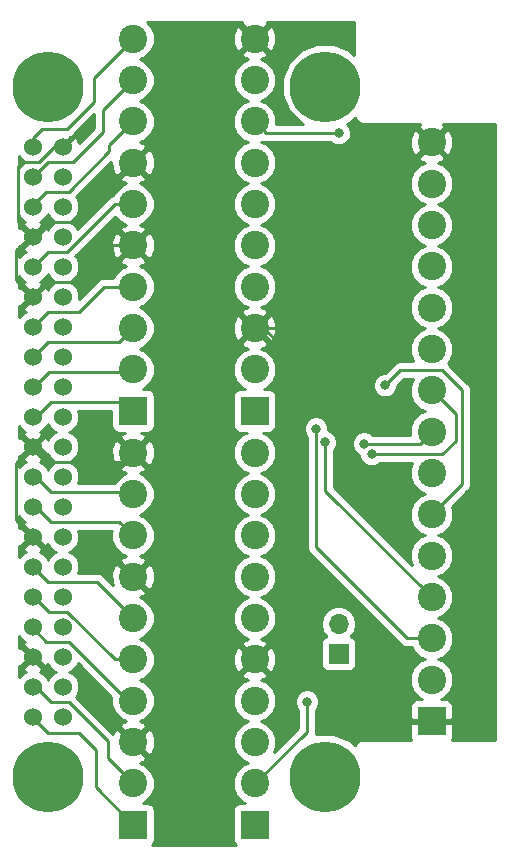
<source format=gtl>
G04 #@! TF.GenerationSoftware,KiCad,Pcbnew,(5.0.0)*
G04 #@! TF.CreationDate,2018-10-25T16:10:50+01:00*
G04 #@! TF.ProjectId,Port_Expander,506F72745F457870616E6465722E6B69,rev?*
G04 #@! TF.SameCoordinates,Original*
G04 #@! TF.FileFunction,Copper,L1,Top,Signal*
G04 #@! TF.FilePolarity,Positive*
%FSLAX46Y46*%
G04 Gerber Fmt 4.6, Leading zero omitted, Abs format (unit mm)*
G04 Created by KiCad (PCBNEW (5.0.0)) date 10/25/18 16:10:50*
%MOMM*%
%LPD*%
G01*
G04 APERTURE LIST*
G04 #@! TA.AperFunction,ComponentPad*
%ADD10R,1.700000X1.700000*%
G04 #@! TD*
G04 #@! TA.AperFunction,ComponentPad*
%ADD11O,1.700000X1.700000*%
G04 #@! TD*
G04 #@! TA.AperFunction,ComponentPad*
%ADD12C,6.000000*%
G04 #@! TD*
G04 #@! TA.AperFunction,ComponentPad*
%ADD13C,1.524000*%
G04 #@! TD*
G04 #@! TA.AperFunction,ComponentPad*
%ADD14C,2.400000*%
G04 #@! TD*
G04 #@! TA.AperFunction,ComponentPad*
%ADD15R,2.400000X2.400000*%
G04 #@! TD*
G04 #@! TA.AperFunction,ViaPad*
%ADD16C,0.800000*%
G04 #@! TD*
G04 #@! TA.AperFunction,Conductor*
%ADD17C,0.250000*%
G04 #@! TD*
G04 #@! TA.AperFunction,Conductor*
%ADD18C,0.254000*%
G04 #@! TD*
G04 APERTURE END LIST*
D10*
G04 #@! TO.P,J2,1*
G04 #@! TO.N,ISCP_DAT*
X145161000Y-133985000D03*
D11*
G04 #@! TO.P,J2,2*
G04 #@! TO.N,Net-(J2-Pad2)*
X145161000Y-131445000D03*
G04 #@! TD*
D12*
G04 #@! TO.P,U1,*
G04 #@! TO.N,*
X144018000Y-85979000D03*
X144018000Y-144399000D03*
X120523000Y-85979000D03*
X120523000Y-144399000D03*
D13*
G04 #@! TO.P,U1,40*
G04 #@! TO.N,ISCP_CLK*
X119253000Y-91059000D03*
G04 #@! TO.P,U1,39*
G04 #@! TO.N,GND*
X121793000Y-91059000D03*
G04 #@! TO.P,U1,38*
G04 #@! TO.N,ISCP_DAT*
X119253000Y-93599000D03*
G04 #@! TO.P,U1,37*
G04 #@! TO.N,Net-(J3-Pad9)*
X121793000Y-93599000D03*
G04 #@! TO.P,U1,36*
G04 #@! TO.N,Net-(J5-Pad8)*
X119253000Y-96139000D03*
G04 #@! TO.P,U1,35*
G04 #@! TO.N,MCLR*
X121793000Y-96139000D03*
G04 #@! TO.P,U1,34*
G04 #@! TO.N,GND*
X119253000Y-98679000D03*
G04 #@! TO.P,U1,33*
G04 #@! TO.N,Net-(J3-Pad7)*
X121793000Y-98679000D03*
G04 #@! TO.P,U1,32*
G04 #@! TO.N,Net-(J5-Pad6)*
X119253000Y-101219000D03*
G04 #@! TO.P,U1,31*
G04 #@! TO.N,Net-(J3-Pad6)*
X121793000Y-101219000D03*
G04 #@! TO.P,U1,30*
G04 #@! TO.N,GND*
X119253000Y-103759000D03*
G04 #@! TO.P,U1,29*
G04 #@! TO.N,Net-(J3-Pad5)*
X121793000Y-103759000D03*
G04 #@! TO.P,U1,28*
G04 #@! TO.N,Net-(J5-Pad4)*
X119253000Y-106299000D03*
G04 #@! TO.P,U1,27*
G04 #@! TO.N,Net-(J3-Pad4)*
X121793000Y-106299000D03*
G04 #@! TO.P,U1,26*
G04 #@! TO.N,Net-(J5-Pad3)*
X119253000Y-108839000D03*
G04 #@! TO.P,U1,25*
G04 #@! TO.N,GND*
X121793000Y-108839000D03*
G04 #@! TO.P,U1,24*
G04 #@! TO.N,Net-(J5-Pad2)*
X119253000Y-111379000D03*
G04 #@! TO.P,U1,23*
G04 #@! TO.N,Net-(J3-Pad2)*
X121793000Y-111379000D03*
G04 #@! TO.P,U1,22*
G04 #@! TO.N,Net-(J5-Pad1)*
X119253000Y-113919000D03*
G04 #@! TO.P,U1,21*
G04 #@! TO.N,Net-(J3-Pad1)*
X121793000Y-113919000D03*
G04 #@! TO.P,U1,20*
G04 #@! TO.N,GND*
X119253000Y-116459000D03*
G04 #@! TO.P,U1,19*
G04 #@! TO.N,Net-(J1-Pad10)*
X121793000Y-116459000D03*
G04 #@! TO.P,U1,18*
G04 #@! TO.N,Net-(J4-Pad9)*
X119253000Y-118999000D03*
G04 #@! TO.P,U1,17*
G04 #@! TO.N,Net-(J1-Pad9)*
X121793000Y-118999000D03*
G04 #@! TO.P,U1,16*
G04 #@! TO.N,Net-(J4-Pad8)*
X119253000Y-121539000D03*
G04 #@! TO.P,U1,15*
G04 #@! TO.N,Net-(J1-Pad8)*
X121793000Y-121539000D03*
G04 #@! TO.P,U1,14*
G04 #@! TO.N,GND*
X119253000Y-124079000D03*
G04 #@! TO.P,U1,13*
G04 #@! TO.N,Net-(J1-Pad7)*
X121793000Y-124079000D03*
G04 #@! TO.P,U1,12*
G04 #@! TO.N,Net-(J4-Pad6)*
X119253000Y-126619000D03*
G04 #@! TO.P,U1,11*
G04 #@! TO.N,Net-(J1-Pad6)*
X121793000Y-126619000D03*
G04 #@! TO.P,U1,10*
G04 #@! TO.N,Net-(J4-Pad5)*
X119253000Y-129159000D03*
G04 #@! TO.P,U1,9*
G04 #@! TO.N,GND*
X121793000Y-129159000D03*
G04 #@! TO.P,U1,8*
G04 #@! TO.N,Net-(J4-Pad4)*
X119253000Y-131699000D03*
G04 #@! TO.P,U1,7*
G04 #@! TO.N,Net-(J1-Pad4)*
X121793000Y-131699000D03*
G04 #@! TO.P,U1,6*
G04 #@! TO.N,GND*
X119253000Y-134239000D03*
G04 #@! TO.P,U1,5*
G04 #@! TO.N,SCL*
X121793000Y-134239000D03*
G04 #@! TO.P,U1,4*
G04 #@! TO.N,Net-(J4-Pad2)*
X119253000Y-136779000D03*
G04 #@! TO.P,U1,3*
G04 #@! TO.N,SDA*
X121793000Y-136779000D03*
G04 #@! TO.P,U1,2*
G04 #@! TO.N,Net-(J4-Pad1)*
X119253000Y-139319000D03*
G04 #@! TO.P,U1,1*
G04 #@! TO.N,Net-(J1-Pad1)*
X121793000Y-139319000D03*
G04 #@! TD*
D14*
G04 #@! TO.P,J5,10*
G04 #@! TO.N,ISCP_CLK*
X127762000Y-81911000D03*
G04 #@! TO.P,J5,9*
G04 #@! TO.N,ISCP_DAT*
X127762000Y-85411000D03*
G04 #@! TO.P,J5,8*
G04 #@! TO.N,Net-(J5-Pad8)*
X127762000Y-88911000D03*
G04 #@! TO.P,J5,7*
G04 #@! TO.N,GND*
X127762000Y-92411000D03*
G04 #@! TO.P,J5,6*
G04 #@! TO.N,Net-(J5-Pad6)*
X127762000Y-95911000D03*
G04 #@! TO.P,J5,5*
G04 #@! TO.N,GND*
X127762000Y-99411000D03*
G04 #@! TO.P,J5,4*
G04 #@! TO.N,Net-(J5-Pad4)*
X127762000Y-102911000D03*
G04 #@! TO.P,J5,3*
G04 #@! TO.N,Net-(J5-Pad3)*
X127762000Y-106411000D03*
G04 #@! TO.P,J5,2*
G04 #@! TO.N,Net-(J5-Pad2)*
X127762000Y-109911000D03*
D15*
G04 #@! TO.P,J5,1*
G04 #@! TO.N,Net-(J5-Pad1)*
X127762000Y-113411000D03*
G04 #@! TD*
D14*
G04 #@! TO.P,J4,10*
G04 #@! TO.N,GND*
X127762000Y-116967000D03*
G04 #@! TO.P,J4,9*
G04 #@! TO.N,Net-(J4-Pad9)*
X127762000Y-120467000D03*
G04 #@! TO.P,J4,8*
G04 #@! TO.N,Net-(J4-Pad8)*
X127762000Y-123967000D03*
G04 #@! TO.P,J4,7*
G04 #@! TO.N,GND*
X127762000Y-127467000D03*
G04 #@! TO.P,J4,6*
G04 #@! TO.N,Net-(J4-Pad6)*
X127762000Y-130967000D03*
G04 #@! TO.P,J4,5*
G04 #@! TO.N,Net-(J4-Pad5)*
X127762000Y-134467000D03*
G04 #@! TO.P,J4,4*
G04 #@! TO.N,Net-(J4-Pad4)*
X127762000Y-137967000D03*
G04 #@! TO.P,J4,3*
G04 #@! TO.N,GND*
X127762000Y-141467000D03*
G04 #@! TO.P,J4,2*
G04 #@! TO.N,Net-(J4-Pad2)*
X127762000Y-144967000D03*
D15*
G04 #@! TO.P,J4,1*
G04 #@! TO.N,Net-(J4-Pad1)*
X127762000Y-148467000D03*
G04 #@! TD*
D14*
G04 #@! TO.P,J3,10*
G04 #@! TO.N,GND*
X138049000Y-81915000D03*
G04 #@! TO.P,J3,9*
G04 #@! TO.N,Net-(J3-Pad9)*
X138049000Y-85415000D03*
G04 #@! TO.P,J3,8*
G04 #@! TO.N,MCLR*
X138049000Y-88915000D03*
G04 #@! TO.P,J3,7*
G04 #@! TO.N,Net-(J3-Pad7)*
X138049000Y-92415000D03*
G04 #@! TO.P,J3,6*
G04 #@! TO.N,Net-(J3-Pad6)*
X138049000Y-95915000D03*
G04 #@! TO.P,J3,5*
G04 #@! TO.N,Net-(J3-Pad5)*
X138049000Y-99415000D03*
G04 #@! TO.P,J3,4*
G04 #@! TO.N,Net-(J3-Pad4)*
X138049000Y-102915000D03*
G04 #@! TO.P,J3,3*
G04 #@! TO.N,GND*
X138049000Y-106415000D03*
G04 #@! TO.P,J3,2*
G04 #@! TO.N,Net-(J3-Pad2)*
X138049000Y-109915000D03*
D15*
G04 #@! TO.P,J3,1*
G04 #@! TO.N,Net-(J3-Pad1)*
X138049000Y-113415000D03*
G04 #@! TD*
D14*
G04 #@! TO.P,J1,10*
G04 #@! TO.N,Net-(J1-Pad10)*
X138049000Y-116967000D03*
G04 #@! TO.P,J1,9*
G04 #@! TO.N,Net-(J1-Pad9)*
X138049000Y-120467000D03*
G04 #@! TO.P,J1,8*
G04 #@! TO.N,Net-(J1-Pad8)*
X138049000Y-123967000D03*
G04 #@! TO.P,J1,7*
G04 #@! TO.N,Net-(J1-Pad7)*
X138049000Y-127467000D03*
G04 #@! TO.P,J1,6*
G04 #@! TO.N,Net-(J1-Pad6)*
X138049000Y-130967000D03*
G04 #@! TO.P,J1,5*
G04 #@! TO.N,GND*
X138049000Y-134467000D03*
G04 #@! TO.P,J1,4*
G04 #@! TO.N,Net-(J1-Pad4)*
X138049000Y-137967000D03*
G04 #@! TO.P,J1,3*
G04 #@! TO.N,SCL*
X138049000Y-141467000D03*
G04 #@! TO.P,J1,2*
G04 #@! TO.N,SDA*
X138049000Y-144967000D03*
D15*
G04 #@! TO.P,J1,1*
G04 #@! TO.N,Net-(J1-Pad1)*
X138049000Y-148467000D03*
G04 #@! TD*
D14*
G04 #@! TO.P,J6,15*
G04 #@! TO.N,GND*
X153035000Y-90689000D03*
G04 #@! TO.P,J6,14*
G04 #@! TO.N,/PIC16LF1509/RC7*
X153035000Y-94189000D03*
G04 #@! TO.P,J6,13*
G04 #@! TO.N,/PIC16LF1509/RC6*
X153035000Y-97689000D03*
G04 #@! TO.P,J6,12*
G04 #@! TO.N,/PIC16LF1509/RC5*
X153035000Y-101189000D03*
G04 #@! TO.P,J6,11*
G04 #@! TO.N,/PIC16LF1509/RC4*
X153035000Y-104689000D03*
G04 #@! TO.P,J6,10*
G04 #@! TO.N,/PIC16LF1509/RC3*
X153035000Y-108189000D03*
G04 #@! TO.P,J6,9*
G04 #@! TO.N,/PIC16LF1509/RC2*
X153035000Y-111689000D03*
G04 #@! TO.P,J6,8*
G04 #@! TO.N,/PIC16LF1509/RC1*
X153035000Y-115189000D03*
G04 #@! TO.P,J6,7*
G04 #@! TO.N,/PIC16LF1509/RC0*
X153035000Y-118689000D03*
G04 #@! TO.P,J6,6*
G04 #@! TO.N,/PIC16LF1509/RB7*
X153035000Y-122189000D03*
G04 #@! TO.P,J6,5*
G04 #@! TO.N,/PIC16LF1509/RB5*
X153035000Y-125689000D03*
G04 #@! TO.P,J6,4*
G04 #@! TO.N,/PIC16LF1509/RA5*
X153035000Y-129189000D03*
G04 #@! TO.P,J6,3*
G04 #@! TO.N,/PIC16LF1509/RA4*
X153035000Y-132689000D03*
G04 #@! TO.P,J6,2*
G04 #@! TO.N,/PIC16LF1509/RA2*
X153035000Y-136189000D03*
D15*
G04 #@! TO.P,J6,1*
G04 #@! TO.N,GND*
X153035000Y-139689000D03*
G04 #@! TD*
D16*
G04 #@! TO.N,GND*
X143129000Y-106299000D03*
X141732000Y-121285000D03*
G04 #@! TO.N,SDA*
X142494000Y-138049000D03*
G04 #@! TO.N,MCLR*
X145161000Y-89916000D03*
G04 #@! TO.N,/PIC16LF1509/RA4*
X143256000Y-114935000D03*
G04 #@! TO.N,/PIC16LF1509/RA5*
X144018000Y-116078000D03*
G04 #@! TO.N,/PIC16LF1509/RB7*
X149098000Y-111252000D03*
G04 #@! TO.N,/PIC16LF1509/RC1*
X147320000Y-116205000D03*
G04 #@! TO.N,/PIC16LF1509/RC2*
X147955000Y-117094000D03*
G04 #@! TD*
D17*
G04 #@! TO.N,GND*
X119253000Y-116459000D02*
X119761000Y-116459000D01*
X119761000Y-116459000D02*
X121031000Y-117729000D01*
X127000000Y-117729000D02*
X127762000Y-116967000D01*
X121031000Y-117729000D02*
X127000000Y-117729000D01*
X143013000Y-106415000D02*
X138049000Y-106415000D01*
X143129000Y-106299000D02*
X143013000Y-106415000D01*
X138049000Y-106415000D02*
X138800000Y-106415000D01*
X138800000Y-106415000D02*
X141097000Y-108712000D01*
X141097000Y-108712000D02*
X141097000Y-120650000D01*
X141097000Y-120650000D02*
X141732000Y-121285000D01*
X121793000Y-91059000D02*
X121031000Y-91059000D01*
X121031000Y-91059000D02*
X119761000Y-92329000D01*
X119761000Y-92329000D02*
X118364000Y-92329000D01*
X118364000Y-92329000D02*
X117983000Y-92710000D01*
X117983000Y-97409000D02*
X119253000Y-98679000D01*
X117983000Y-92710000D02*
X117983000Y-97409000D01*
X119253000Y-98679000D02*
X119507000Y-98679000D01*
X119507000Y-98679000D02*
X120777000Y-97409000D01*
X120777000Y-97409000D02*
X122809000Y-97409000D01*
X127762000Y-92456000D02*
X127762000Y-92411000D01*
X122809000Y-97409000D02*
X127762000Y-92456000D01*
X119253000Y-98679000D02*
X118999000Y-98679000D01*
X118999000Y-98679000D02*
X117856000Y-99822000D01*
X117856000Y-102362000D02*
X119253000Y-103759000D01*
X117856000Y-99822000D02*
X117856000Y-102362000D01*
X126014000Y-99411000D02*
X127762000Y-99411000D01*
X122936000Y-102489000D02*
X126014000Y-99411000D01*
X120650000Y-102489000D02*
X122936000Y-102489000D01*
X119253000Y-103759000D02*
X119380000Y-103759000D01*
X119380000Y-103759000D02*
X120650000Y-102489000D01*
X117856000Y-122682000D02*
X119253000Y-124079000D01*
X119253000Y-116459000D02*
X117856000Y-117856000D01*
X117856000Y-117856000D02*
X117856000Y-122682000D01*
G04 #@! TO.N,Net-(J4-Pad1)*
X119253000Y-139319000D02*
X119253000Y-139446000D01*
X119253000Y-139446000D02*
X120523000Y-140716000D01*
X120523000Y-140716000D02*
X123190000Y-140716000D01*
X123190000Y-140716000D02*
X124587000Y-142113000D01*
X124587000Y-145292000D02*
X127762000Y-148467000D01*
X124587000Y-142113000D02*
X124587000Y-145292000D01*
G04 #@! TO.N,Net-(J4-Pad2)*
X119253000Y-136779000D02*
X119507000Y-136779000D01*
X119507000Y-136779000D02*
X120777000Y-138049000D01*
X120777000Y-138049000D02*
X122301000Y-138049000D01*
X122301000Y-138049000D02*
X125603000Y-141351000D01*
X125603000Y-142808000D02*
X127762000Y-144967000D01*
X125603000Y-141351000D02*
X125603000Y-142808000D01*
G04 #@! TO.N,Net-(J4-Pad4)*
X119253000Y-131699000D02*
X119253000Y-131826000D01*
X119253000Y-131826000D02*
X120396000Y-132969000D01*
X120396000Y-132969000D02*
X122301000Y-132969000D01*
X127299000Y-137967000D02*
X127762000Y-137967000D01*
X122301000Y-132969000D02*
X127299000Y-137967000D01*
G04 #@! TO.N,Net-(J4-Pad5)*
X119253000Y-129159000D02*
X119380000Y-129159000D01*
X119380000Y-129159000D02*
X120650000Y-130429000D01*
X120650000Y-130429000D02*
X122174000Y-130429000D01*
X126212000Y-134467000D02*
X127762000Y-134467000D01*
X122174000Y-130429000D02*
X126212000Y-134467000D01*
G04 #@! TO.N,Net-(J4-Pad6)*
X124684000Y-127889000D02*
X127762000Y-130967000D01*
X119253000Y-126619000D02*
X120523000Y-127889000D01*
X120523000Y-127889000D02*
X124684000Y-127889000D01*
G04 #@! TO.N,Net-(J4-Pad8)*
X119253000Y-121539000D02*
X119507000Y-121539000D01*
X119507000Y-121539000D02*
X120777000Y-122809000D01*
X126604000Y-122809000D02*
X127762000Y-123967000D01*
X120777000Y-122809000D02*
X126604000Y-122809000D01*
G04 #@! TO.N,Net-(J4-Pad9)*
X119253000Y-118999000D02*
X119507000Y-118999000D01*
X119507000Y-118999000D02*
X120777000Y-120269000D01*
X127564000Y-120269000D02*
X127762000Y-120467000D01*
X120777000Y-120269000D02*
X127564000Y-120269000D01*
G04 #@! TO.N,Net-(J5-Pad8)*
X119253000Y-96139000D02*
X119253000Y-96012000D01*
X119253000Y-96012000D02*
X120396000Y-94869000D01*
X120396000Y-94869000D02*
X122301000Y-94869000D01*
X122301000Y-94869000D02*
X125730000Y-91440000D01*
X125730000Y-90943000D02*
X127762000Y-88911000D01*
X125730000Y-91440000D02*
X125730000Y-90943000D01*
G04 #@! TO.N,Net-(J5-Pad6)*
X126212000Y-95911000D02*
X127762000Y-95911000D01*
X122174000Y-99949000D02*
X126212000Y-95911000D01*
X119253000Y-101219000D02*
X120523000Y-99949000D01*
X120523000Y-99949000D02*
X122174000Y-99949000D01*
G04 #@! TO.N,Net-(J5-Pad4)*
X125308000Y-102911000D02*
X127762000Y-102911000D01*
X123190000Y-105029000D02*
X125308000Y-102911000D01*
X119253000Y-106299000D02*
X120523000Y-105029000D01*
X120523000Y-105029000D02*
X123190000Y-105029000D01*
G04 #@! TO.N,Net-(J5-Pad3)*
X126604000Y-107569000D02*
X127762000Y-106411000D01*
X119253000Y-108839000D02*
X120523000Y-107569000D01*
X120523000Y-107569000D02*
X126604000Y-107569000D01*
G04 #@! TO.N,SDA*
X138049000Y-144967000D02*
X138116000Y-144967000D01*
X138116000Y-144967000D02*
X142494000Y-140589000D01*
X142494000Y-140589000D02*
X142494000Y-138049000D01*
G04 #@! TO.N,ISCP_DAT*
X125222000Y-87951000D02*
X127762000Y-85411000D01*
X125222000Y-89789000D02*
X125222000Y-87951000D01*
X122682000Y-92329000D02*
X125222000Y-89789000D01*
X119253000Y-93599000D02*
X120523000Y-92329000D01*
X120523000Y-92329000D02*
X122682000Y-92329000D01*
G04 #@! TO.N,MCLR*
X139050000Y-89916000D02*
X138049000Y-88915000D01*
X145161000Y-89916000D02*
X139050000Y-89916000D01*
G04 #@! TO.N,ISCP_CLK*
X119253000Y-91059000D02*
X119253000Y-90297000D01*
X119253000Y-90297000D02*
X120015000Y-89535000D01*
X120015000Y-89535000D02*
X122174000Y-89535000D01*
X122174000Y-89535000D02*
X124460000Y-87249000D01*
X124460000Y-85213000D02*
X127762000Y-81911000D01*
X124460000Y-87249000D02*
X124460000Y-85213000D01*
G04 #@! TO.N,/PIC16LF1509/RA4*
X150977000Y-132689000D02*
X153035000Y-132689000D01*
X143256000Y-114935000D02*
X143256000Y-124968000D01*
X143256000Y-124968000D02*
X150977000Y-132689000D01*
G04 #@! TO.N,/PIC16LF1509/RA5*
X144018000Y-120172000D02*
X153035000Y-129189000D01*
X144018000Y-116078000D02*
X144018000Y-120172000D01*
G04 #@! TO.N,/PIC16LF1509/RB7*
X149098000Y-111252000D02*
X150368000Y-109982000D01*
X150368000Y-109982000D02*
X153924000Y-109982000D01*
X153924000Y-109982000D02*
X155575000Y-111633000D01*
X155575000Y-119649000D02*
X153035000Y-122189000D01*
X155575000Y-111633000D02*
X155575000Y-119649000D01*
G04 #@! TO.N,/PIC16LF1509/RC1*
X152019000Y-116205000D02*
X153035000Y-115189000D01*
X147320000Y-116205000D02*
X152019000Y-116205000D01*
G04 #@! TO.N,/PIC16LF1509/RC2*
X147955000Y-117094000D02*
X153924000Y-117094000D01*
X153924000Y-117094000D02*
X155067000Y-115951000D01*
X155067000Y-113721000D02*
X153035000Y-111689000D01*
X155067000Y-115951000D02*
X155067000Y-113721000D01*
G04 #@! TO.N,Net-(J5-Pad2)*
X119253000Y-111379000D02*
X119380000Y-111379000D01*
X119380000Y-111379000D02*
X120650000Y-110109000D01*
X127564000Y-110109000D02*
X127762000Y-109911000D01*
X120650000Y-110109000D02*
X127564000Y-110109000D01*
G04 #@! TO.N,Net-(J5-Pad1)*
X119253000Y-113919000D02*
X119507000Y-113919000D01*
X119507000Y-113919000D02*
X120777000Y-112649000D01*
X127000000Y-112649000D02*
X127762000Y-113411000D01*
X120777000Y-112649000D02*
X127000000Y-112649000D01*
G04 #@! TD*
D18*
G04 #@! TO.N,GND*
G36*
X136931430Y-80617825D02*
X138049000Y-81735395D01*
X139166570Y-80617825D01*
X139101570Y-80466000D01*
X146483001Y-80466000D01*
X146483001Y-83303335D01*
X146077062Y-82897396D01*
X144741046Y-82344000D01*
X143294954Y-82344000D01*
X141958938Y-82897396D01*
X140936396Y-83919938D01*
X140383000Y-85255954D01*
X140383000Y-86702046D01*
X140936396Y-88038062D01*
X141958938Y-89060604D01*
X142189244Y-89156000D01*
X139884000Y-89156000D01*
X139884000Y-88549996D01*
X139604638Y-87875556D01*
X139088444Y-87359362D01*
X138619212Y-87165000D01*
X139088444Y-86970638D01*
X139604638Y-86454444D01*
X139884000Y-85780004D01*
X139884000Y-85049996D01*
X139604638Y-84375556D01*
X139088444Y-83859362D01*
X138631895Y-83670253D01*
X139043435Y-83499788D01*
X139166570Y-83212175D01*
X138049000Y-82094605D01*
X136931430Y-83212175D01*
X137054565Y-83499788D01*
X137483284Y-83663138D01*
X137009556Y-83859362D01*
X136493362Y-84375556D01*
X136214000Y-85049996D01*
X136214000Y-85780004D01*
X136493362Y-86454444D01*
X137009556Y-86970638D01*
X137478788Y-87165000D01*
X137009556Y-87359362D01*
X136493362Y-87875556D01*
X136214000Y-88549996D01*
X136214000Y-89280004D01*
X136493362Y-89954444D01*
X137009556Y-90470638D01*
X137478788Y-90665000D01*
X137009556Y-90859362D01*
X136493362Y-91375556D01*
X136214000Y-92049996D01*
X136214000Y-92780004D01*
X136493362Y-93454444D01*
X137009556Y-93970638D01*
X137478788Y-94165000D01*
X137009556Y-94359362D01*
X136493362Y-94875556D01*
X136214000Y-95549996D01*
X136214000Y-96280004D01*
X136493362Y-96954444D01*
X137009556Y-97470638D01*
X137478788Y-97665000D01*
X137009556Y-97859362D01*
X136493362Y-98375556D01*
X136214000Y-99049996D01*
X136214000Y-99780004D01*
X136493362Y-100454444D01*
X137009556Y-100970638D01*
X137478788Y-101165000D01*
X137009556Y-101359362D01*
X136493362Y-101875556D01*
X136214000Y-102549996D01*
X136214000Y-103280004D01*
X136493362Y-103954444D01*
X137009556Y-104470638D01*
X137466105Y-104659747D01*
X137054565Y-104830212D01*
X136931430Y-105117825D01*
X138049000Y-106235395D01*
X139166570Y-105117825D01*
X139043435Y-104830212D01*
X138614716Y-104666862D01*
X139088444Y-104470638D01*
X139604638Y-103954444D01*
X139884000Y-103280004D01*
X139884000Y-102549996D01*
X139604638Y-101875556D01*
X139088444Y-101359362D01*
X138619212Y-101165000D01*
X139088444Y-100970638D01*
X139604638Y-100454444D01*
X139884000Y-99780004D01*
X139884000Y-99049996D01*
X139604638Y-98375556D01*
X139088444Y-97859362D01*
X138619212Y-97665000D01*
X139088444Y-97470638D01*
X139604638Y-96954444D01*
X139884000Y-96280004D01*
X139884000Y-95549996D01*
X139604638Y-94875556D01*
X139088444Y-94359362D01*
X138619212Y-94165000D01*
X139088444Y-93970638D01*
X139604638Y-93454444D01*
X139884000Y-92780004D01*
X139884000Y-92049996D01*
X139604638Y-91375556D01*
X139088444Y-90859362D01*
X138619212Y-90665000D01*
X138732664Y-90618007D01*
X138753462Y-90631904D01*
X138801605Y-90641480D01*
X138975148Y-90676000D01*
X138975152Y-90676000D01*
X139050000Y-90690888D01*
X139124848Y-90676000D01*
X144457289Y-90676000D01*
X144574720Y-90793431D01*
X144955126Y-90951000D01*
X145366874Y-90951000D01*
X145747280Y-90793431D01*
X146038431Y-90502280D01*
X146090433Y-90376734D01*
X151190293Y-90376734D01*
X151211214Y-91106443D01*
X151450212Y-91683435D01*
X151737825Y-91806570D01*
X152855395Y-90689000D01*
X153214605Y-90689000D01*
X154332175Y-91806570D01*
X154619788Y-91683435D01*
X154879707Y-91001266D01*
X154858786Y-90271557D01*
X154619788Y-89694565D01*
X154332175Y-89571430D01*
X153214605Y-90689000D01*
X152855395Y-90689000D01*
X151737825Y-89571430D01*
X151450212Y-89694565D01*
X151190293Y-90376734D01*
X146090433Y-90376734D01*
X146196000Y-90121874D01*
X146196000Y-89710126D01*
X146038431Y-89329720D01*
X145859452Y-89150741D01*
X146077062Y-89060604D01*
X146514978Y-88622688D01*
X146524195Y-88669028D01*
X146681119Y-88903881D01*
X146915671Y-89060604D01*
X146915972Y-89060805D01*
X147193000Y-89115909D01*
X147262925Y-89102000D01*
X152045905Y-89102000D01*
X152040565Y-89104212D01*
X151917430Y-89391825D01*
X153035000Y-90509395D01*
X154152570Y-89391825D01*
X154029435Y-89104212D01*
X154023630Y-89102000D01*
X158421001Y-89102000D01*
X158421000Y-141276000D01*
X154746025Y-141276000D01*
X154773327Y-141248698D01*
X154870000Y-141015309D01*
X154870000Y-139974750D01*
X154711250Y-139816000D01*
X153162000Y-139816000D01*
X153162000Y-139836000D01*
X152908000Y-139836000D01*
X152908000Y-139816000D01*
X151358750Y-139816000D01*
X151200000Y-139974750D01*
X151200000Y-141015309D01*
X151296673Y-141248698D01*
X151323975Y-141276000D01*
X147262926Y-141276000D01*
X147193000Y-141262091D01*
X147123075Y-141276000D01*
X147123074Y-141276000D01*
X146915972Y-141317195D01*
X146681119Y-141474119D01*
X146524195Y-141708972D01*
X146514978Y-141755312D01*
X146077062Y-141317396D01*
X144741046Y-140764000D01*
X143294954Y-140764000D01*
X143228613Y-140791479D01*
X143254000Y-140663852D01*
X143254000Y-140663847D01*
X143268888Y-140589000D01*
X143254000Y-140514153D01*
X143254000Y-138752711D01*
X143371431Y-138635280D01*
X143529000Y-138254874D01*
X143529000Y-137843126D01*
X143371431Y-137462720D01*
X143080280Y-137171569D01*
X142699874Y-137014000D01*
X142288126Y-137014000D01*
X141907720Y-137171569D01*
X141616569Y-137462720D01*
X141459000Y-137843126D01*
X141459000Y-138254874D01*
X141616569Y-138635280D01*
X141734001Y-138752712D01*
X141734000Y-140274198D01*
X139677388Y-142330811D01*
X139884000Y-141832004D01*
X139884000Y-141101996D01*
X139604638Y-140427556D01*
X139088444Y-139911362D01*
X138619212Y-139717000D01*
X139088444Y-139522638D01*
X139604638Y-139006444D01*
X139884000Y-138332004D01*
X139884000Y-137601996D01*
X139604638Y-136927556D01*
X139088444Y-136411362D01*
X138631895Y-136222253D01*
X139043435Y-136051788D01*
X139166570Y-135764175D01*
X138049000Y-134646605D01*
X136931430Y-135764175D01*
X137054565Y-136051788D01*
X137483284Y-136215138D01*
X137009556Y-136411362D01*
X136493362Y-136927556D01*
X136214000Y-137601996D01*
X136214000Y-138332004D01*
X136493362Y-139006444D01*
X137009556Y-139522638D01*
X137478788Y-139717000D01*
X137009556Y-139911362D01*
X136493362Y-140427556D01*
X136214000Y-141101996D01*
X136214000Y-141832004D01*
X136493362Y-142506444D01*
X137009556Y-143022638D01*
X137478788Y-143217000D01*
X137009556Y-143411362D01*
X136493362Y-143927556D01*
X136214000Y-144601996D01*
X136214000Y-145332004D01*
X136493362Y-146006444D01*
X137009556Y-146522638D01*
X137243547Y-146619560D01*
X136849000Y-146619560D01*
X136601235Y-146668843D01*
X136391191Y-146809191D01*
X136250843Y-147019235D01*
X136201560Y-147267000D01*
X136201560Y-149667000D01*
X136250843Y-149914765D01*
X136391191Y-150124809D01*
X136452837Y-150166000D01*
X129358163Y-150166000D01*
X129419809Y-150124809D01*
X129560157Y-149914765D01*
X129609440Y-149667000D01*
X129609440Y-147267000D01*
X129560157Y-147019235D01*
X129419809Y-146809191D01*
X129209765Y-146668843D01*
X128962000Y-146619560D01*
X128567453Y-146619560D01*
X128801444Y-146522638D01*
X129317638Y-146006444D01*
X129597000Y-145332004D01*
X129597000Y-144601996D01*
X129317638Y-143927556D01*
X128801444Y-143411362D01*
X128344895Y-143222253D01*
X128756435Y-143051788D01*
X128879570Y-142764175D01*
X127762000Y-141646605D01*
X127747858Y-141660748D01*
X127568253Y-141481143D01*
X127582395Y-141467000D01*
X127941605Y-141467000D01*
X129059175Y-142584570D01*
X129346788Y-142461435D01*
X129606707Y-141779266D01*
X129585786Y-141049557D01*
X129346788Y-140472565D01*
X129059175Y-140349430D01*
X127941605Y-141467000D01*
X127582395Y-141467000D01*
X126464825Y-140349430D01*
X126177212Y-140472565D01*
X126072966Y-140746164D01*
X122937229Y-137610428D01*
X122977320Y-137570337D01*
X123190000Y-137056881D01*
X123190000Y-136501119D01*
X122977320Y-135987663D01*
X122584337Y-135594680D01*
X122377487Y-135509000D01*
X122584337Y-135423320D01*
X122977320Y-135030337D01*
X123068180Y-134810981D01*
X125927000Y-137669803D01*
X125927000Y-138332004D01*
X126206362Y-139006444D01*
X126722556Y-139522638D01*
X127179105Y-139711747D01*
X126767565Y-139882212D01*
X126644430Y-140169825D01*
X127762000Y-141287395D01*
X128879570Y-140169825D01*
X128756435Y-139882212D01*
X128327716Y-139718862D01*
X128801444Y-139522638D01*
X129317638Y-139006444D01*
X129597000Y-138332004D01*
X129597000Y-137601996D01*
X129317638Y-136927556D01*
X128801444Y-136411362D01*
X128332212Y-136217000D01*
X128801444Y-136022638D01*
X129317638Y-135506444D01*
X129597000Y-134832004D01*
X129597000Y-134154734D01*
X136204293Y-134154734D01*
X136225214Y-134884443D01*
X136464212Y-135461435D01*
X136751825Y-135584570D01*
X137869395Y-134467000D01*
X138228605Y-134467000D01*
X139346175Y-135584570D01*
X139633788Y-135461435D01*
X139893707Y-134779266D01*
X139872786Y-134049557D01*
X139633788Y-133472565D01*
X139346175Y-133349430D01*
X138228605Y-134467000D01*
X137869395Y-134467000D01*
X136751825Y-133349430D01*
X136464212Y-133472565D01*
X136204293Y-134154734D01*
X129597000Y-134154734D01*
X129597000Y-134101996D01*
X129317638Y-133427556D01*
X128801444Y-132911362D01*
X128332212Y-132717000D01*
X128801444Y-132522638D01*
X129317638Y-132006444D01*
X129597000Y-131332004D01*
X129597000Y-130601996D01*
X129317638Y-129927556D01*
X128801444Y-129411362D01*
X128344895Y-129222253D01*
X128756435Y-129051788D01*
X128879570Y-128764175D01*
X127762000Y-127646605D01*
X127747858Y-127660748D01*
X127568253Y-127481143D01*
X127582395Y-127467000D01*
X127941605Y-127467000D01*
X129059175Y-128584570D01*
X129346788Y-128461435D01*
X129606707Y-127779266D01*
X129585786Y-127049557D01*
X129346788Y-126472565D01*
X129059175Y-126349430D01*
X127941605Y-127467000D01*
X127582395Y-127467000D01*
X126464825Y-126349430D01*
X126177212Y-126472565D01*
X125917293Y-127154734D01*
X125938214Y-127884443D01*
X126068300Y-128198499D01*
X125274331Y-127404530D01*
X125231929Y-127341071D01*
X124980537Y-127173096D01*
X124758852Y-127129000D01*
X124758847Y-127129000D01*
X124684000Y-127114112D01*
X124609153Y-127129000D01*
X123093853Y-127129000D01*
X123190000Y-126896881D01*
X123190000Y-126341119D01*
X122977320Y-125827663D01*
X122584337Y-125434680D01*
X122377487Y-125349000D01*
X122584337Y-125263320D01*
X122977320Y-124870337D01*
X123190000Y-124356881D01*
X123190000Y-123801119D01*
X123093853Y-123569000D01*
X125940667Y-123569000D01*
X125927000Y-123601996D01*
X125927000Y-124332004D01*
X126206362Y-125006444D01*
X126722556Y-125522638D01*
X127179105Y-125711747D01*
X126767565Y-125882212D01*
X126644430Y-126169825D01*
X127762000Y-127287395D01*
X128879570Y-126169825D01*
X128756435Y-125882212D01*
X128327716Y-125718862D01*
X128801444Y-125522638D01*
X129317638Y-125006444D01*
X129597000Y-124332004D01*
X129597000Y-123601996D01*
X129317638Y-122927556D01*
X128801444Y-122411362D01*
X128332212Y-122217000D01*
X128801444Y-122022638D01*
X129317638Y-121506444D01*
X129597000Y-120832004D01*
X129597000Y-120101996D01*
X129317638Y-119427556D01*
X128801444Y-118911362D01*
X128344895Y-118722253D01*
X128756435Y-118551788D01*
X128879570Y-118264175D01*
X127762000Y-117146605D01*
X126644430Y-118264175D01*
X126767565Y-118551788D01*
X127196284Y-118715138D01*
X126722556Y-118911362D01*
X126206362Y-119427556D01*
X126172627Y-119509000D01*
X123093853Y-119509000D01*
X123190000Y-119276881D01*
X123190000Y-118721119D01*
X122977320Y-118207663D01*
X122584337Y-117814680D01*
X122377487Y-117729000D01*
X122584337Y-117643320D01*
X122977320Y-117250337D01*
X123190000Y-116736881D01*
X123190000Y-116654734D01*
X125917293Y-116654734D01*
X125938214Y-117384443D01*
X126177212Y-117961435D01*
X126464825Y-118084570D01*
X127582395Y-116967000D01*
X127941605Y-116967000D01*
X129059175Y-118084570D01*
X129346788Y-117961435D01*
X129606707Y-117279266D01*
X129585786Y-116549557D01*
X129346788Y-115972565D01*
X129059175Y-115849430D01*
X127941605Y-116967000D01*
X127582395Y-116967000D01*
X126464825Y-115849430D01*
X126177212Y-115972565D01*
X125917293Y-116654734D01*
X123190000Y-116654734D01*
X123190000Y-116181119D01*
X122977320Y-115667663D01*
X122584337Y-115274680D01*
X122377487Y-115189000D01*
X122584337Y-115103320D01*
X122977320Y-114710337D01*
X123190000Y-114196881D01*
X123190000Y-113641119D01*
X123093853Y-113409000D01*
X125914560Y-113409000D01*
X125914560Y-114611000D01*
X125963843Y-114858765D01*
X126104191Y-115068809D01*
X126314235Y-115209157D01*
X126562000Y-115258440D01*
X127066377Y-115258440D01*
X126767565Y-115382212D01*
X126644430Y-115669825D01*
X127762000Y-116787395D01*
X128879570Y-115669825D01*
X128756435Y-115382212D01*
X128431590Y-115258440D01*
X128962000Y-115258440D01*
X129209765Y-115209157D01*
X129419809Y-115068809D01*
X129560157Y-114858765D01*
X129609440Y-114611000D01*
X129609440Y-112215000D01*
X136201560Y-112215000D01*
X136201560Y-114615000D01*
X136250843Y-114862765D01*
X136391191Y-115072809D01*
X136601235Y-115213157D01*
X136849000Y-115262440D01*
X137369086Y-115262440D01*
X137009556Y-115411362D01*
X136493362Y-115927556D01*
X136214000Y-116601996D01*
X136214000Y-117332004D01*
X136493362Y-118006444D01*
X137009556Y-118522638D01*
X137478788Y-118717000D01*
X137009556Y-118911362D01*
X136493362Y-119427556D01*
X136214000Y-120101996D01*
X136214000Y-120832004D01*
X136493362Y-121506444D01*
X137009556Y-122022638D01*
X137478788Y-122217000D01*
X137009556Y-122411362D01*
X136493362Y-122927556D01*
X136214000Y-123601996D01*
X136214000Y-124332004D01*
X136493362Y-125006444D01*
X137009556Y-125522638D01*
X137478788Y-125717000D01*
X137009556Y-125911362D01*
X136493362Y-126427556D01*
X136214000Y-127101996D01*
X136214000Y-127832004D01*
X136493362Y-128506444D01*
X137009556Y-129022638D01*
X137478788Y-129217000D01*
X137009556Y-129411362D01*
X136493362Y-129927556D01*
X136214000Y-130601996D01*
X136214000Y-131332004D01*
X136493362Y-132006444D01*
X137009556Y-132522638D01*
X137466105Y-132711747D01*
X137054565Y-132882212D01*
X136931430Y-133169825D01*
X138049000Y-134287395D01*
X139166570Y-133169825D01*
X139043435Y-132882212D01*
X138614716Y-132718862D01*
X139088444Y-132522638D01*
X139604638Y-132006444D01*
X139837195Y-131445000D01*
X143646908Y-131445000D01*
X143762161Y-132024418D01*
X144090375Y-132515625D01*
X144108619Y-132527816D01*
X144063235Y-132536843D01*
X143853191Y-132677191D01*
X143712843Y-132887235D01*
X143663560Y-133135000D01*
X143663560Y-134835000D01*
X143712843Y-135082765D01*
X143853191Y-135292809D01*
X144063235Y-135433157D01*
X144311000Y-135482440D01*
X146011000Y-135482440D01*
X146258765Y-135433157D01*
X146468809Y-135292809D01*
X146609157Y-135082765D01*
X146658440Y-134835000D01*
X146658440Y-133135000D01*
X146609157Y-132887235D01*
X146468809Y-132677191D01*
X146258765Y-132536843D01*
X146213381Y-132527816D01*
X146231625Y-132515625D01*
X146559839Y-132024418D01*
X146675092Y-131445000D01*
X146559839Y-130865582D01*
X146231625Y-130374375D01*
X145740418Y-130046161D01*
X145307256Y-129960000D01*
X145014744Y-129960000D01*
X144581582Y-130046161D01*
X144090375Y-130374375D01*
X143762161Y-130865582D01*
X143646908Y-131445000D01*
X139837195Y-131445000D01*
X139884000Y-131332004D01*
X139884000Y-130601996D01*
X139604638Y-129927556D01*
X139088444Y-129411362D01*
X138619212Y-129217000D01*
X139088444Y-129022638D01*
X139604638Y-128506444D01*
X139884000Y-127832004D01*
X139884000Y-127101996D01*
X139604638Y-126427556D01*
X139088444Y-125911362D01*
X138619212Y-125717000D01*
X139088444Y-125522638D01*
X139604638Y-125006444D01*
X139884000Y-124332004D01*
X139884000Y-123601996D01*
X139604638Y-122927556D01*
X139088444Y-122411362D01*
X138619212Y-122217000D01*
X139088444Y-122022638D01*
X139604638Y-121506444D01*
X139884000Y-120832004D01*
X139884000Y-120101996D01*
X139604638Y-119427556D01*
X139088444Y-118911362D01*
X138619212Y-118717000D01*
X139088444Y-118522638D01*
X139604638Y-118006444D01*
X139884000Y-117332004D01*
X139884000Y-116601996D01*
X139604638Y-115927556D01*
X139088444Y-115411362D01*
X138728914Y-115262440D01*
X139249000Y-115262440D01*
X139496765Y-115213157D01*
X139706809Y-115072809D01*
X139847157Y-114862765D01*
X139873739Y-114729126D01*
X142221000Y-114729126D01*
X142221000Y-115140874D01*
X142378569Y-115521280D01*
X142496000Y-115638711D01*
X142496001Y-124893148D01*
X142481112Y-124968000D01*
X142496001Y-125042852D01*
X142540097Y-125264537D01*
X142708072Y-125515929D01*
X142771528Y-125558329D01*
X150386671Y-133173473D01*
X150429071Y-133236929D01*
X150680463Y-133404904D01*
X150902148Y-133449000D01*
X150902153Y-133449000D01*
X150977000Y-133463888D01*
X151051847Y-133449000D01*
X151363613Y-133449000D01*
X151479362Y-133728444D01*
X151995556Y-134244638D01*
X152464788Y-134439000D01*
X151995556Y-134633362D01*
X151479362Y-135149556D01*
X151200000Y-135823996D01*
X151200000Y-136554004D01*
X151479362Y-137228444D01*
X151995556Y-137744638D01*
X152259579Y-137854000D01*
X151708690Y-137854000D01*
X151475301Y-137950673D01*
X151296673Y-138129302D01*
X151200000Y-138362691D01*
X151200000Y-139403250D01*
X151358750Y-139562000D01*
X152908000Y-139562000D01*
X152908000Y-139542000D01*
X153162000Y-139542000D01*
X153162000Y-139562000D01*
X154711250Y-139562000D01*
X154870000Y-139403250D01*
X154870000Y-138362691D01*
X154773327Y-138129302D01*
X154594699Y-137950673D01*
X154361310Y-137854000D01*
X153810421Y-137854000D01*
X154074444Y-137744638D01*
X154590638Y-137228444D01*
X154870000Y-136554004D01*
X154870000Y-135823996D01*
X154590638Y-135149556D01*
X154074444Y-134633362D01*
X153605212Y-134439000D01*
X154074444Y-134244638D01*
X154590638Y-133728444D01*
X154870000Y-133054004D01*
X154870000Y-132323996D01*
X154590638Y-131649556D01*
X154074444Y-131133362D01*
X153605212Y-130939000D01*
X154074444Y-130744638D01*
X154590638Y-130228444D01*
X154870000Y-129554004D01*
X154870000Y-128823996D01*
X154590638Y-128149556D01*
X154074444Y-127633362D01*
X153605212Y-127439000D01*
X154074444Y-127244638D01*
X154590638Y-126728444D01*
X154870000Y-126054004D01*
X154870000Y-125323996D01*
X154590638Y-124649556D01*
X154074444Y-124133362D01*
X153605212Y-123939000D01*
X154074444Y-123744638D01*
X154590638Y-123228444D01*
X154870000Y-122554004D01*
X154870000Y-121823996D01*
X154754250Y-121544552D01*
X156059476Y-120239327D01*
X156122929Y-120196929D01*
X156165327Y-120133476D01*
X156165329Y-120133474D01*
X156266187Y-119982528D01*
X156290904Y-119945537D01*
X156335000Y-119723852D01*
X156335000Y-119723848D01*
X156349888Y-119649001D01*
X156335000Y-119574154D01*
X156335000Y-111707848D01*
X156349888Y-111633000D01*
X156335000Y-111558152D01*
X156335000Y-111558148D01*
X156290904Y-111336463D01*
X156122929Y-111085071D01*
X156059473Y-111042671D01*
X154514331Y-109497530D01*
X154471929Y-109434071D01*
X154419825Y-109399257D01*
X154590638Y-109228444D01*
X154870000Y-108554004D01*
X154870000Y-107823996D01*
X154590638Y-107149556D01*
X154074444Y-106633362D01*
X153605212Y-106439000D01*
X154074444Y-106244638D01*
X154590638Y-105728444D01*
X154870000Y-105054004D01*
X154870000Y-104323996D01*
X154590638Y-103649556D01*
X154074444Y-103133362D01*
X153605212Y-102939000D01*
X154074444Y-102744638D01*
X154590638Y-102228444D01*
X154870000Y-101554004D01*
X154870000Y-100823996D01*
X154590638Y-100149556D01*
X154074444Y-99633362D01*
X153605212Y-99439000D01*
X154074444Y-99244638D01*
X154590638Y-98728444D01*
X154870000Y-98054004D01*
X154870000Y-97323996D01*
X154590638Y-96649556D01*
X154074444Y-96133362D01*
X153605212Y-95939000D01*
X154074444Y-95744638D01*
X154590638Y-95228444D01*
X154870000Y-94554004D01*
X154870000Y-93823996D01*
X154590638Y-93149556D01*
X154074444Y-92633362D01*
X153617895Y-92444253D01*
X154029435Y-92273788D01*
X154152570Y-91986175D01*
X153035000Y-90868605D01*
X151917430Y-91986175D01*
X152040565Y-92273788D01*
X152469284Y-92437138D01*
X151995556Y-92633362D01*
X151479362Y-93149556D01*
X151200000Y-93823996D01*
X151200000Y-94554004D01*
X151479362Y-95228444D01*
X151995556Y-95744638D01*
X152464788Y-95939000D01*
X151995556Y-96133362D01*
X151479362Y-96649556D01*
X151200000Y-97323996D01*
X151200000Y-98054004D01*
X151479362Y-98728444D01*
X151995556Y-99244638D01*
X152464788Y-99439000D01*
X151995556Y-99633362D01*
X151479362Y-100149556D01*
X151200000Y-100823996D01*
X151200000Y-101554004D01*
X151479362Y-102228444D01*
X151995556Y-102744638D01*
X152464788Y-102939000D01*
X151995556Y-103133362D01*
X151479362Y-103649556D01*
X151200000Y-104323996D01*
X151200000Y-105054004D01*
X151479362Y-105728444D01*
X151995556Y-106244638D01*
X152464788Y-106439000D01*
X151995556Y-106633362D01*
X151479362Y-107149556D01*
X151200000Y-107823996D01*
X151200000Y-108554004D01*
X151476693Y-109222000D01*
X150442846Y-109222000D01*
X150367999Y-109207112D01*
X150293152Y-109222000D01*
X150293148Y-109222000D01*
X150071463Y-109266096D01*
X149820071Y-109434071D01*
X149777671Y-109497527D01*
X149058199Y-110217000D01*
X148892126Y-110217000D01*
X148511720Y-110374569D01*
X148220569Y-110665720D01*
X148063000Y-111046126D01*
X148063000Y-111457874D01*
X148220569Y-111838280D01*
X148511720Y-112129431D01*
X148892126Y-112287000D01*
X149303874Y-112287000D01*
X149684280Y-112129431D01*
X149975431Y-111838280D01*
X150133000Y-111457874D01*
X150133000Y-111291801D01*
X150682802Y-110742000D01*
X151441070Y-110742000D01*
X151200000Y-111323996D01*
X151200000Y-112054004D01*
X151479362Y-112728444D01*
X151995556Y-113244638D01*
X152464788Y-113439000D01*
X151995556Y-113633362D01*
X151479362Y-114149556D01*
X151200000Y-114823996D01*
X151200000Y-115445000D01*
X148023711Y-115445000D01*
X147906280Y-115327569D01*
X147525874Y-115170000D01*
X147114126Y-115170000D01*
X146733720Y-115327569D01*
X146442569Y-115618720D01*
X146285000Y-115999126D01*
X146285000Y-116410874D01*
X146442569Y-116791280D01*
X146733720Y-117082431D01*
X146920000Y-117159591D01*
X146920000Y-117299874D01*
X147077569Y-117680280D01*
X147368720Y-117971431D01*
X147749126Y-118129000D01*
X148160874Y-118129000D01*
X148541280Y-117971431D01*
X148658711Y-117854000D01*
X151394679Y-117854000D01*
X151200000Y-118323996D01*
X151200000Y-119054004D01*
X151479362Y-119728444D01*
X151995556Y-120244638D01*
X152464788Y-120439000D01*
X151995556Y-120633362D01*
X151479362Y-121149556D01*
X151200000Y-121823996D01*
X151200000Y-122554004D01*
X151479362Y-123228444D01*
X151995556Y-123744638D01*
X152464788Y-123939000D01*
X151995556Y-124133362D01*
X151479362Y-124649556D01*
X151200000Y-125323996D01*
X151200000Y-126054004D01*
X151359236Y-126438434D01*
X144778000Y-119857199D01*
X144778000Y-116781711D01*
X144895431Y-116664280D01*
X145053000Y-116283874D01*
X145053000Y-115872126D01*
X144895431Y-115491720D01*
X144604280Y-115200569D01*
X144291000Y-115070804D01*
X144291000Y-114729126D01*
X144133431Y-114348720D01*
X143842280Y-114057569D01*
X143461874Y-113900000D01*
X143050126Y-113900000D01*
X142669720Y-114057569D01*
X142378569Y-114348720D01*
X142221000Y-114729126D01*
X139873739Y-114729126D01*
X139896440Y-114615000D01*
X139896440Y-112215000D01*
X139847157Y-111967235D01*
X139706809Y-111757191D01*
X139496765Y-111616843D01*
X139249000Y-111567560D01*
X138854453Y-111567560D01*
X139088444Y-111470638D01*
X139604638Y-110954444D01*
X139884000Y-110280004D01*
X139884000Y-109549996D01*
X139604638Y-108875556D01*
X139088444Y-108359362D01*
X138631895Y-108170253D01*
X139043435Y-107999788D01*
X139166570Y-107712175D01*
X138049000Y-106594605D01*
X136931430Y-107712175D01*
X137054565Y-107999788D01*
X137483284Y-108163138D01*
X137009556Y-108359362D01*
X136493362Y-108875556D01*
X136214000Y-109549996D01*
X136214000Y-110280004D01*
X136493362Y-110954444D01*
X137009556Y-111470638D01*
X137243547Y-111567560D01*
X136849000Y-111567560D01*
X136601235Y-111616843D01*
X136391191Y-111757191D01*
X136250843Y-111967235D01*
X136201560Y-112215000D01*
X129609440Y-112215000D01*
X129609440Y-112211000D01*
X129560157Y-111963235D01*
X129419809Y-111753191D01*
X129209765Y-111612843D01*
X128962000Y-111563560D01*
X128567453Y-111563560D01*
X128801444Y-111466638D01*
X129317638Y-110950444D01*
X129597000Y-110276004D01*
X129597000Y-109545996D01*
X129317638Y-108871556D01*
X128801444Y-108355362D01*
X128332212Y-108161000D01*
X128801444Y-107966638D01*
X129317638Y-107450444D01*
X129597000Y-106776004D01*
X129597000Y-106102734D01*
X136204293Y-106102734D01*
X136225214Y-106832443D01*
X136464212Y-107409435D01*
X136751825Y-107532570D01*
X137869395Y-106415000D01*
X138228605Y-106415000D01*
X139346175Y-107532570D01*
X139633788Y-107409435D01*
X139893707Y-106727266D01*
X139872786Y-105997557D01*
X139633788Y-105420565D01*
X139346175Y-105297430D01*
X138228605Y-106415000D01*
X137869395Y-106415000D01*
X136751825Y-105297430D01*
X136464212Y-105420565D01*
X136204293Y-106102734D01*
X129597000Y-106102734D01*
X129597000Y-106045996D01*
X129317638Y-105371556D01*
X128801444Y-104855362D01*
X128332212Y-104661000D01*
X128801444Y-104466638D01*
X129317638Y-103950444D01*
X129597000Y-103276004D01*
X129597000Y-102545996D01*
X129317638Y-101871556D01*
X128801444Y-101355362D01*
X128344895Y-101166253D01*
X128756435Y-100995788D01*
X128879570Y-100708175D01*
X127762000Y-99590605D01*
X126644430Y-100708175D01*
X126767565Y-100995788D01*
X127196284Y-101159138D01*
X126722556Y-101355362D01*
X126206362Y-101871556D01*
X126090613Y-102151000D01*
X125382846Y-102151000D01*
X125307999Y-102136112D01*
X125233152Y-102151000D01*
X125233148Y-102151000D01*
X125011463Y-102195096D01*
X125011461Y-102195097D01*
X125011462Y-102195097D01*
X124823526Y-102320671D01*
X124823524Y-102320673D01*
X124760071Y-102363071D01*
X124717673Y-102426524D01*
X123190000Y-103954198D01*
X123190000Y-103481119D01*
X122977320Y-102967663D01*
X122584337Y-102574680D01*
X122377487Y-102489000D01*
X122584337Y-102403320D01*
X122977320Y-102010337D01*
X123190000Y-101496881D01*
X123190000Y-100941119D01*
X122977320Y-100427663D01*
X122873729Y-100324072D01*
X124099067Y-99098734D01*
X125917293Y-99098734D01*
X125938214Y-99828443D01*
X126177212Y-100405435D01*
X126464825Y-100528570D01*
X127582395Y-99411000D01*
X127941605Y-99411000D01*
X129059175Y-100528570D01*
X129346788Y-100405435D01*
X129606707Y-99723266D01*
X129585786Y-98993557D01*
X129346788Y-98416565D01*
X129059175Y-98293430D01*
X127941605Y-99411000D01*
X127582395Y-99411000D01*
X126464825Y-98293430D01*
X126177212Y-98416565D01*
X125917293Y-99098734D01*
X124099067Y-99098734D01*
X126226860Y-96970942D01*
X126722556Y-97466638D01*
X127179105Y-97655747D01*
X126767565Y-97826212D01*
X126644430Y-98113825D01*
X127762000Y-99231395D01*
X128879570Y-98113825D01*
X128756435Y-97826212D01*
X128327716Y-97662862D01*
X128801444Y-97466638D01*
X129317638Y-96950444D01*
X129597000Y-96276004D01*
X129597000Y-95545996D01*
X129317638Y-94871556D01*
X128801444Y-94355362D01*
X128344895Y-94166253D01*
X128756435Y-93995788D01*
X128879570Y-93708175D01*
X127762000Y-92590605D01*
X126644430Y-93708175D01*
X126767565Y-93995788D01*
X127196284Y-94159138D01*
X126722556Y-94355362D01*
X126206362Y-94871556D01*
X126086434Y-95161088D01*
X125915463Y-95195096D01*
X125915461Y-95195097D01*
X125915462Y-95195097D01*
X125727526Y-95320671D01*
X125727524Y-95320673D01*
X125664071Y-95363071D01*
X125621673Y-95426524D01*
X123030982Y-98017216D01*
X122977320Y-97887663D01*
X122584337Y-97494680D01*
X122377487Y-97409000D01*
X122584337Y-97323320D01*
X122977320Y-96930337D01*
X123190000Y-96416881D01*
X123190000Y-95861119D01*
X122977320Y-95347663D01*
X122937229Y-95307572D01*
X125923669Y-92321134D01*
X125938214Y-92828443D01*
X126177212Y-93405435D01*
X126464825Y-93528570D01*
X127582395Y-92411000D01*
X127941605Y-92411000D01*
X129059175Y-93528570D01*
X129346788Y-93405435D01*
X129606707Y-92723266D01*
X129585786Y-91993557D01*
X129346788Y-91416565D01*
X129059175Y-91293430D01*
X127941605Y-92411000D01*
X127582395Y-92411000D01*
X127568253Y-92396858D01*
X127747858Y-92217253D01*
X127762000Y-92231395D01*
X128879570Y-91113825D01*
X128756435Y-90826212D01*
X128327716Y-90662862D01*
X128801444Y-90466638D01*
X129317638Y-89950444D01*
X129597000Y-89276004D01*
X129597000Y-88545996D01*
X129317638Y-87871556D01*
X128801444Y-87355362D01*
X128332212Y-87161000D01*
X128801444Y-86966638D01*
X129317638Y-86450444D01*
X129597000Y-85776004D01*
X129597000Y-85045996D01*
X129317638Y-84371556D01*
X128801444Y-83855362D01*
X128332212Y-83661000D01*
X128801444Y-83466638D01*
X129317638Y-82950444D01*
X129597000Y-82276004D01*
X129597000Y-81602734D01*
X136204293Y-81602734D01*
X136225214Y-82332443D01*
X136464212Y-82909435D01*
X136751825Y-83032570D01*
X137869395Y-81915000D01*
X138228605Y-81915000D01*
X139346175Y-83032570D01*
X139633788Y-82909435D01*
X139893707Y-82227266D01*
X139872786Y-81497557D01*
X139633788Y-80920565D01*
X139346175Y-80797430D01*
X138228605Y-81915000D01*
X137869395Y-81915000D01*
X136751825Y-80797430D01*
X136464212Y-80920565D01*
X136204293Y-81602734D01*
X129597000Y-81602734D01*
X129597000Y-81545996D01*
X129317638Y-80871556D01*
X128912082Y-80466000D01*
X136996430Y-80466000D01*
X136931430Y-80617825D01*
X136931430Y-80617825D01*
G37*
X136931430Y-80617825D02*
X138049000Y-81735395D01*
X139166570Y-80617825D01*
X139101570Y-80466000D01*
X146483001Y-80466000D01*
X146483001Y-83303335D01*
X146077062Y-82897396D01*
X144741046Y-82344000D01*
X143294954Y-82344000D01*
X141958938Y-82897396D01*
X140936396Y-83919938D01*
X140383000Y-85255954D01*
X140383000Y-86702046D01*
X140936396Y-88038062D01*
X141958938Y-89060604D01*
X142189244Y-89156000D01*
X139884000Y-89156000D01*
X139884000Y-88549996D01*
X139604638Y-87875556D01*
X139088444Y-87359362D01*
X138619212Y-87165000D01*
X139088444Y-86970638D01*
X139604638Y-86454444D01*
X139884000Y-85780004D01*
X139884000Y-85049996D01*
X139604638Y-84375556D01*
X139088444Y-83859362D01*
X138631895Y-83670253D01*
X139043435Y-83499788D01*
X139166570Y-83212175D01*
X138049000Y-82094605D01*
X136931430Y-83212175D01*
X137054565Y-83499788D01*
X137483284Y-83663138D01*
X137009556Y-83859362D01*
X136493362Y-84375556D01*
X136214000Y-85049996D01*
X136214000Y-85780004D01*
X136493362Y-86454444D01*
X137009556Y-86970638D01*
X137478788Y-87165000D01*
X137009556Y-87359362D01*
X136493362Y-87875556D01*
X136214000Y-88549996D01*
X136214000Y-89280004D01*
X136493362Y-89954444D01*
X137009556Y-90470638D01*
X137478788Y-90665000D01*
X137009556Y-90859362D01*
X136493362Y-91375556D01*
X136214000Y-92049996D01*
X136214000Y-92780004D01*
X136493362Y-93454444D01*
X137009556Y-93970638D01*
X137478788Y-94165000D01*
X137009556Y-94359362D01*
X136493362Y-94875556D01*
X136214000Y-95549996D01*
X136214000Y-96280004D01*
X136493362Y-96954444D01*
X137009556Y-97470638D01*
X137478788Y-97665000D01*
X137009556Y-97859362D01*
X136493362Y-98375556D01*
X136214000Y-99049996D01*
X136214000Y-99780004D01*
X136493362Y-100454444D01*
X137009556Y-100970638D01*
X137478788Y-101165000D01*
X137009556Y-101359362D01*
X136493362Y-101875556D01*
X136214000Y-102549996D01*
X136214000Y-103280004D01*
X136493362Y-103954444D01*
X137009556Y-104470638D01*
X137466105Y-104659747D01*
X137054565Y-104830212D01*
X136931430Y-105117825D01*
X138049000Y-106235395D01*
X139166570Y-105117825D01*
X139043435Y-104830212D01*
X138614716Y-104666862D01*
X139088444Y-104470638D01*
X139604638Y-103954444D01*
X139884000Y-103280004D01*
X139884000Y-102549996D01*
X139604638Y-101875556D01*
X139088444Y-101359362D01*
X138619212Y-101165000D01*
X139088444Y-100970638D01*
X139604638Y-100454444D01*
X139884000Y-99780004D01*
X139884000Y-99049996D01*
X139604638Y-98375556D01*
X139088444Y-97859362D01*
X138619212Y-97665000D01*
X139088444Y-97470638D01*
X139604638Y-96954444D01*
X139884000Y-96280004D01*
X139884000Y-95549996D01*
X139604638Y-94875556D01*
X139088444Y-94359362D01*
X138619212Y-94165000D01*
X139088444Y-93970638D01*
X139604638Y-93454444D01*
X139884000Y-92780004D01*
X139884000Y-92049996D01*
X139604638Y-91375556D01*
X139088444Y-90859362D01*
X138619212Y-90665000D01*
X138732664Y-90618007D01*
X138753462Y-90631904D01*
X138801605Y-90641480D01*
X138975148Y-90676000D01*
X138975152Y-90676000D01*
X139050000Y-90690888D01*
X139124848Y-90676000D01*
X144457289Y-90676000D01*
X144574720Y-90793431D01*
X144955126Y-90951000D01*
X145366874Y-90951000D01*
X145747280Y-90793431D01*
X146038431Y-90502280D01*
X146090433Y-90376734D01*
X151190293Y-90376734D01*
X151211214Y-91106443D01*
X151450212Y-91683435D01*
X151737825Y-91806570D01*
X152855395Y-90689000D01*
X153214605Y-90689000D01*
X154332175Y-91806570D01*
X154619788Y-91683435D01*
X154879707Y-91001266D01*
X154858786Y-90271557D01*
X154619788Y-89694565D01*
X154332175Y-89571430D01*
X153214605Y-90689000D01*
X152855395Y-90689000D01*
X151737825Y-89571430D01*
X151450212Y-89694565D01*
X151190293Y-90376734D01*
X146090433Y-90376734D01*
X146196000Y-90121874D01*
X146196000Y-89710126D01*
X146038431Y-89329720D01*
X145859452Y-89150741D01*
X146077062Y-89060604D01*
X146514978Y-88622688D01*
X146524195Y-88669028D01*
X146681119Y-88903881D01*
X146915671Y-89060604D01*
X146915972Y-89060805D01*
X147193000Y-89115909D01*
X147262925Y-89102000D01*
X152045905Y-89102000D01*
X152040565Y-89104212D01*
X151917430Y-89391825D01*
X153035000Y-90509395D01*
X154152570Y-89391825D01*
X154029435Y-89104212D01*
X154023630Y-89102000D01*
X158421001Y-89102000D01*
X158421000Y-141276000D01*
X154746025Y-141276000D01*
X154773327Y-141248698D01*
X154870000Y-141015309D01*
X154870000Y-139974750D01*
X154711250Y-139816000D01*
X153162000Y-139816000D01*
X153162000Y-139836000D01*
X152908000Y-139836000D01*
X152908000Y-139816000D01*
X151358750Y-139816000D01*
X151200000Y-139974750D01*
X151200000Y-141015309D01*
X151296673Y-141248698D01*
X151323975Y-141276000D01*
X147262926Y-141276000D01*
X147193000Y-141262091D01*
X147123075Y-141276000D01*
X147123074Y-141276000D01*
X146915972Y-141317195D01*
X146681119Y-141474119D01*
X146524195Y-141708972D01*
X146514978Y-141755312D01*
X146077062Y-141317396D01*
X144741046Y-140764000D01*
X143294954Y-140764000D01*
X143228613Y-140791479D01*
X143254000Y-140663852D01*
X143254000Y-140663847D01*
X143268888Y-140589000D01*
X143254000Y-140514153D01*
X143254000Y-138752711D01*
X143371431Y-138635280D01*
X143529000Y-138254874D01*
X143529000Y-137843126D01*
X143371431Y-137462720D01*
X143080280Y-137171569D01*
X142699874Y-137014000D01*
X142288126Y-137014000D01*
X141907720Y-137171569D01*
X141616569Y-137462720D01*
X141459000Y-137843126D01*
X141459000Y-138254874D01*
X141616569Y-138635280D01*
X141734001Y-138752712D01*
X141734000Y-140274198D01*
X139677388Y-142330811D01*
X139884000Y-141832004D01*
X139884000Y-141101996D01*
X139604638Y-140427556D01*
X139088444Y-139911362D01*
X138619212Y-139717000D01*
X139088444Y-139522638D01*
X139604638Y-139006444D01*
X139884000Y-138332004D01*
X139884000Y-137601996D01*
X139604638Y-136927556D01*
X139088444Y-136411362D01*
X138631895Y-136222253D01*
X139043435Y-136051788D01*
X139166570Y-135764175D01*
X138049000Y-134646605D01*
X136931430Y-135764175D01*
X137054565Y-136051788D01*
X137483284Y-136215138D01*
X137009556Y-136411362D01*
X136493362Y-136927556D01*
X136214000Y-137601996D01*
X136214000Y-138332004D01*
X136493362Y-139006444D01*
X137009556Y-139522638D01*
X137478788Y-139717000D01*
X137009556Y-139911362D01*
X136493362Y-140427556D01*
X136214000Y-141101996D01*
X136214000Y-141832004D01*
X136493362Y-142506444D01*
X137009556Y-143022638D01*
X137478788Y-143217000D01*
X137009556Y-143411362D01*
X136493362Y-143927556D01*
X136214000Y-144601996D01*
X136214000Y-145332004D01*
X136493362Y-146006444D01*
X137009556Y-146522638D01*
X137243547Y-146619560D01*
X136849000Y-146619560D01*
X136601235Y-146668843D01*
X136391191Y-146809191D01*
X136250843Y-147019235D01*
X136201560Y-147267000D01*
X136201560Y-149667000D01*
X136250843Y-149914765D01*
X136391191Y-150124809D01*
X136452837Y-150166000D01*
X129358163Y-150166000D01*
X129419809Y-150124809D01*
X129560157Y-149914765D01*
X129609440Y-149667000D01*
X129609440Y-147267000D01*
X129560157Y-147019235D01*
X129419809Y-146809191D01*
X129209765Y-146668843D01*
X128962000Y-146619560D01*
X128567453Y-146619560D01*
X128801444Y-146522638D01*
X129317638Y-146006444D01*
X129597000Y-145332004D01*
X129597000Y-144601996D01*
X129317638Y-143927556D01*
X128801444Y-143411362D01*
X128344895Y-143222253D01*
X128756435Y-143051788D01*
X128879570Y-142764175D01*
X127762000Y-141646605D01*
X127747858Y-141660748D01*
X127568253Y-141481143D01*
X127582395Y-141467000D01*
X127941605Y-141467000D01*
X129059175Y-142584570D01*
X129346788Y-142461435D01*
X129606707Y-141779266D01*
X129585786Y-141049557D01*
X129346788Y-140472565D01*
X129059175Y-140349430D01*
X127941605Y-141467000D01*
X127582395Y-141467000D01*
X126464825Y-140349430D01*
X126177212Y-140472565D01*
X126072966Y-140746164D01*
X122937229Y-137610428D01*
X122977320Y-137570337D01*
X123190000Y-137056881D01*
X123190000Y-136501119D01*
X122977320Y-135987663D01*
X122584337Y-135594680D01*
X122377487Y-135509000D01*
X122584337Y-135423320D01*
X122977320Y-135030337D01*
X123068180Y-134810981D01*
X125927000Y-137669803D01*
X125927000Y-138332004D01*
X126206362Y-139006444D01*
X126722556Y-139522638D01*
X127179105Y-139711747D01*
X126767565Y-139882212D01*
X126644430Y-140169825D01*
X127762000Y-141287395D01*
X128879570Y-140169825D01*
X128756435Y-139882212D01*
X128327716Y-139718862D01*
X128801444Y-139522638D01*
X129317638Y-139006444D01*
X129597000Y-138332004D01*
X129597000Y-137601996D01*
X129317638Y-136927556D01*
X128801444Y-136411362D01*
X128332212Y-136217000D01*
X128801444Y-136022638D01*
X129317638Y-135506444D01*
X129597000Y-134832004D01*
X129597000Y-134154734D01*
X136204293Y-134154734D01*
X136225214Y-134884443D01*
X136464212Y-135461435D01*
X136751825Y-135584570D01*
X137869395Y-134467000D01*
X138228605Y-134467000D01*
X139346175Y-135584570D01*
X139633788Y-135461435D01*
X139893707Y-134779266D01*
X139872786Y-134049557D01*
X139633788Y-133472565D01*
X139346175Y-133349430D01*
X138228605Y-134467000D01*
X137869395Y-134467000D01*
X136751825Y-133349430D01*
X136464212Y-133472565D01*
X136204293Y-134154734D01*
X129597000Y-134154734D01*
X129597000Y-134101996D01*
X129317638Y-133427556D01*
X128801444Y-132911362D01*
X128332212Y-132717000D01*
X128801444Y-132522638D01*
X129317638Y-132006444D01*
X129597000Y-131332004D01*
X129597000Y-130601996D01*
X129317638Y-129927556D01*
X128801444Y-129411362D01*
X128344895Y-129222253D01*
X128756435Y-129051788D01*
X128879570Y-128764175D01*
X127762000Y-127646605D01*
X127747858Y-127660748D01*
X127568253Y-127481143D01*
X127582395Y-127467000D01*
X127941605Y-127467000D01*
X129059175Y-128584570D01*
X129346788Y-128461435D01*
X129606707Y-127779266D01*
X129585786Y-127049557D01*
X129346788Y-126472565D01*
X129059175Y-126349430D01*
X127941605Y-127467000D01*
X127582395Y-127467000D01*
X126464825Y-126349430D01*
X126177212Y-126472565D01*
X125917293Y-127154734D01*
X125938214Y-127884443D01*
X126068300Y-128198499D01*
X125274331Y-127404530D01*
X125231929Y-127341071D01*
X124980537Y-127173096D01*
X124758852Y-127129000D01*
X124758847Y-127129000D01*
X124684000Y-127114112D01*
X124609153Y-127129000D01*
X123093853Y-127129000D01*
X123190000Y-126896881D01*
X123190000Y-126341119D01*
X122977320Y-125827663D01*
X122584337Y-125434680D01*
X122377487Y-125349000D01*
X122584337Y-125263320D01*
X122977320Y-124870337D01*
X123190000Y-124356881D01*
X123190000Y-123801119D01*
X123093853Y-123569000D01*
X125940667Y-123569000D01*
X125927000Y-123601996D01*
X125927000Y-124332004D01*
X126206362Y-125006444D01*
X126722556Y-125522638D01*
X127179105Y-125711747D01*
X126767565Y-125882212D01*
X126644430Y-126169825D01*
X127762000Y-127287395D01*
X128879570Y-126169825D01*
X128756435Y-125882212D01*
X128327716Y-125718862D01*
X128801444Y-125522638D01*
X129317638Y-125006444D01*
X129597000Y-124332004D01*
X129597000Y-123601996D01*
X129317638Y-122927556D01*
X128801444Y-122411362D01*
X128332212Y-122217000D01*
X128801444Y-122022638D01*
X129317638Y-121506444D01*
X129597000Y-120832004D01*
X129597000Y-120101996D01*
X129317638Y-119427556D01*
X128801444Y-118911362D01*
X128344895Y-118722253D01*
X128756435Y-118551788D01*
X128879570Y-118264175D01*
X127762000Y-117146605D01*
X126644430Y-118264175D01*
X126767565Y-118551788D01*
X127196284Y-118715138D01*
X126722556Y-118911362D01*
X126206362Y-119427556D01*
X126172627Y-119509000D01*
X123093853Y-119509000D01*
X123190000Y-119276881D01*
X123190000Y-118721119D01*
X122977320Y-118207663D01*
X122584337Y-117814680D01*
X122377487Y-117729000D01*
X122584337Y-117643320D01*
X122977320Y-117250337D01*
X123190000Y-116736881D01*
X123190000Y-116654734D01*
X125917293Y-116654734D01*
X125938214Y-117384443D01*
X126177212Y-117961435D01*
X126464825Y-118084570D01*
X127582395Y-116967000D01*
X127941605Y-116967000D01*
X129059175Y-118084570D01*
X129346788Y-117961435D01*
X129606707Y-117279266D01*
X129585786Y-116549557D01*
X129346788Y-115972565D01*
X129059175Y-115849430D01*
X127941605Y-116967000D01*
X127582395Y-116967000D01*
X126464825Y-115849430D01*
X126177212Y-115972565D01*
X125917293Y-116654734D01*
X123190000Y-116654734D01*
X123190000Y-116181119D01*
X122977320Y-115667663D01*
X122584337Y-115274680D01*
X122377487Y-115189000D01*
X122584337Y-115103320D01*
X122977320Y-114710337D01*
X123190000Y-114196881D01*
X123190000Y-113641119D01*
X123093853Y-113409000D01*
X125914560Y-113409000D01*
X125914560Y-114611000D01*
X125963843Y-114858765D01*
X126104191Y-115068809D01*
X126314235Y-115209157D01*
X126562000Y-115258440D01*
X127066377Y-115258440D01*
X126767565Y-115382212D01*
X126644430Y-115669825D01*
X127762000Y-116787395D01*
X128879570Y-115669825D01*
X128756435Y-115382212D01*
X128431590Y-115258440D01*
X128962000Y-115258440D01*
X129209765Y-115209157D01*
X129419809Y-115068809D01*
X129560157Y-114858765D01*
X129609440Y-114611000D01*
X129609440Y-112215000D01*
X136201560Y-112215000D01*
X136201560Y-114615000D01*
X136250843Y-114862765D01*
X136391191Y-115072809D01*
X136601235Y-115213157D01*
X136849000Y-115262440D01*
X137369086Y-115262440D01*
X137009556Y-115411362D01*
X136493362Y-115927556D01*
X136214000Y-116601996D01*
X136214000Y-117332004D01*
X136493362Y-118006444D01*
X137009556Y-118522638D01*
X137478788Y-118717000D01*
X137009556Y-118911362D01*
X136493362Y-119427556D01*
X136214000Y-120101996D01*
X136214000Y-120832004D01*
X136493362Y-121506444D01*
X137009556Y-122022638D01*
X137478788Y-122217000D01*
X137009556Y-122411362D01*
X136493362Y-122927556D01*
X136214000Y-123601996D01*
X136214000Y-124332004D01*
X136493362Y-125006444D01*
X137009556Y-125522638D01*
X137478788Y-125717000D01*
X137009556Y-125911362D01*
X136493362Y-126427556D01*
X136214000Y-127101996D01*
X136214000Y-127832004D01*
X136493362Y-128506444D01*
X137009556Y-129022638D01*
X137478788Y-129217000D01*
X137009556Y-129411362D01*
X136493362Y-129927556D01*
X136214000Y-130601996D01*
X136214000Y-131332004D01*
X136493362Y-132006444D01*
X137009556Y-132522638D01*
X137466105Y-132711747D01*
X137054565Y-132882212D01*
X136931430Y-133169825D01*
X138049000Y-134287395D01*
X139166570Y-133169825D01*
X139043435Y-132882212D01*
X138614716Y-132718862D01*
X139088444Y-132522638D01*
X139604638Y-132006444D01*
X139837195Y-131445000D01*
X143646908Y-131445000D01*
X143762161Y-132024418D01*
X144090375Y-132515625D01*
X144108619Y-132527816D01*
X144063235Y-132536843D01*
X143853191Y-132677191D01*
X143712843Y-132887235D01*
X143663560Y-133135000D01*
X143663560Y-134835000D01*
X143712843Y-135082765D01*
X143853191Y-135292809D01*
X144063235Y-135433157D01*
X144311000Y-135482440D01*
X146011000Y-135482440D01*
X146258765Y-135433157D01*
X146468809Y-135292809D01*
X146609157Y-135082765D01*
X146658440Y-134835000D01*
X146658440Y-133135000D01*
X146609157Y-132887235D01*
X146468809Y-132677191D01*
X146258765Y-132536843D01*
X146213381Y-132527816D01*
X146231625Y-132515625D01*
X146559839Y-132024418D01*
X146675092Y-131445000D01*
X146559839Y-130865582D01*
X146231625Y-130374375D01*
X145740418Y-130046161D01*
X145307256Y-129960000D01*
X145014744Y-129960000D01*
X144581582Y-130046161D01*
X144090375Y-130374375D01*
X143762161Y-130865582D01*
X143646908Y-131445000D01*
X139837195Y-131445000D01*
X139884000Y-131332004D01*
X139884000Y-130601996D01*
X139604638Y-129927556D01*
X139088444Y-129411362D01*
X138619212Y-129217000D01*
X139088444Y-129022638D01*
X139604638Y-128506444D01*
X139884000Y-127832004D01*
X139884000Y-127101996D01*
X139604638Y-126427556D01*
X139088444Y-125911362D01*
X138619212Y-125717000D01*
X139088444Y-125522638D01*
X139604638Y-125006444D01*
X139884000Y-124332004D01*
X139884000Y-123601996D01*
X139604638Y-122927556D01*
X139088444Y-122411362D01*
X138619212Y-122217000D01*
X139088444Y-122022638D01*
X139604638Y-121506444D01*
X139884000Y-120832004D01*
X139884000Y-120101996D01*
X139604638Y-119427556D01*
X139088444Y-118911362D01*
X138619212Y-118717000D01*
X139088444Y-118522638D01*
X139604638Y-118006444D01*
X139884000Y-117332004D01*
X139884000Y-116601996D01*
X139604638Y-115927556D01*
X139088444Y-115411362D01*
X138728914Y-115262440D01*
X139249000Y-115262440D01*
X139496765Y-115213157D01*
X139706809Y-115072809D01*
X139847157Y-114862765D01*
X139873739Y-114729126D01*
X142221000Y-114729126D01*
X142221000Y-115140874D01*
X142378569Y-115521280D01*
X142496000Y-115638711D01*
X142496001Y-124893148D01*
X142481112Y-124968000D01*
X142496001Y-125042852D01*
X142540097Y-125264537D01*
X142708072Y-125515929D01*
X142771528Y-125558329D01*
X150386671Y-133173473D01*
X150429071Y-133236929D01*
X150680463Y-133404904D01*
X150902148Y-133449000D01*
X150902153Y-133449000D01*
X150977000Y-133463888D01*
X151051847Y-133449000D01*
X151363613Y-133449000D01*
X151479362Y-133728444D01*
X151995556Y-134244638D01*
X152464788Y-134439000D01*
X151995556Y-134633362D01*
X151479362Y-135149556D01*
X151200000Y-135823996D01*
X151200000Y-136554004D01*
X151479362Y-137228444D01*
X151995556Y-137744638D01*
X152259579Y-137854000D01*
X151708690Y-137854000D01*
X151475301Y-137950673D01*
X151296673Y-138129302D01*
X151200000Y-138362691D01*
X151200000Y-139403250D01*
X151358750Y-139562000D01*
X152908000Y-139562000D01*
X152908000Y-139542000D01*
X153162000Y-139542000D01*
X153162000Y-139562000D01*
X154711250Y-139562000D01*
X154870000Y-139403250D01*
X154870000Y-138362691D01*
X154773327Y-138129302D01*
X154594699Y-137950673D01*
X154361310Y-137854000D01*
X153810421Y-137854000D01*
X154074444Y-137744638D01*
X154590638Y-137228444D01*
X154870000Y-136554004D01*
X154870000Y-135823996D01*
X154590638Y-135149556D01*
X154074444Y-134633362D01*
X153605212Y-134439000D01*
X154074444Y-134244638D01*
X154590638Y-133728444D01*
X154870000Y-133054004D01*
X154870000Y-132323996D01*
X154590638Y-131649556D01*
X154074444Y-131133362D01*
X153605212Y-130939000D01*
X154074444Y-130744638D01*
X154590638Y-130228444D01*
X154870000Y-129554004D01*
X154870000Y-128823996D01*
X154590638Y-128149556D01*
X154074444Y-127633362D01*
X153605212Y-127439000D01*
X154074444Y-127244638D01*
X154590638Y-126728444D01*
X154870000Y-126054004D01*
X154870000Y-125323996D01*
X154590638Y-124649556D01*
X154074444Y-124133362D01*
X153605212Y-123939000D01*
X154074444Y-123744638D01*
X154590638Y-123228444D01*
X154870000Y-122554004D01*
X154870000Y-121823996D01*
X154754250Y-121544552D01*
X156059476Y-120239327D01*
X156122929Y-120196929D01*
X156165327Y-120133476D01*
X156165329Y-120133474D01*
X156266187Y-119982528D01*
X156290904Y-119945537D01*
X156335000Y-119723852D01*
X156335000Y-119723848D01*
X156349888Y-119649001D01*
X156335000Y-119574154D01*
X156335000Y-111707848D01*
X156349888Y-111633000D01*
X156335000Y-111558152D01*
X156335000Y-111558148D01*
X156290904Y-111336463D01*
X156122929Y-111085071D01*
X156059473Y-111042671D01*
X154514331Y-109497530D01*
X154471929Y-109434071D01*
X154419825Y-109399257D01*
X154590638Y-109228444D01*
X154870000Y-108554004D01*
X154870000Y-107823996D01*
X154590638Y-107149556D01*
X154074444Y-106633362D01*
X153605212Y-106439000D01*
X154074444Y-106244638D01*
X154590638Y-105728444D01*
X154870000Y-105054004D01*
X154870000Y-104323996D01*
X154590638Y-103649556D01*
X154074444Y-103133362D01*
X153605212Y-102939000D01*
X154074444Y-102744638D01*
X154590638Y-102228444D01*
X154870000Y-101554004D01*
X154870000Y-100823996D01*
X154590638Y-100149556D01*
X154074444Y-99633362D01*
X153605212Y-99439000D01*
X154074444Y-99244638D01*
X154590638Y-98728444D01*
X154870000Y-98054004D01*
X154870000Y-97323996D01*
X154590638Y-96649556D01*
X154074444Y-96133362D01*
X153605212Y-95939000D01*
X154074444Y-95744638D01*
X154590638Y-95228444D01*
X154870000Y-94554004D01*
X154870000Y-93823996D01*
X154590638Y-93149556D01*
X154074444Y-92633362D01*
X153617895Y-92444253D01*
X154029435Y-92273788D01*
X154152570Y-91986175D01*
X153035000Y-90868605D01*
X151917430Y-91986175D01*
X152040565Y-92273788D01*
X152469284Y-92437138D01*
X151995556Y-92633362D01*
X151479362Y-93149556D01*
X151200000Y-93823996D01*
X151200000Y-94554004D01*
X151479362Y-95228444D01*
X151995556Y-95744638D01*
X152464788Y-95939000D01*
X151995556Y-96133362D01*
X151479362Y-96649556D01*
X151200000Y-97323996D01*
X151200000Y-98054004D01*
X151479362Y-98728444D01*
X151995556Y-99244638D01*
X152464788Y-99439000D01*
X151995556Y-99633362D01*
X151479362Y-100149556D01*
X151200000Y-100823996D01*
X151200000Y-101554004D01*
X151479362Y-102228444D01*
X151995556Y-102744638D01*
X152464788Y-102939000D01*
X151995556Y-103133362D01*
X151479362Y-103649556D01*
X151200000Y-104323996D01*
X151200000Y-105054004D01*
X151479362Y-105728444D01*
X151995556Y-106244638D01*
X152464788Y-106439000D01*
X151995556Y-106633362D01*
X151479362Y-107149556D01*
X151200000Y-107823996D01*
X151200000Y-108554004D01*
X151476693Y-109222000D01*
X150442846Y-109222000D01*
X150367999Y-109207112D01*
X150293152Y-109222000D01*
X150293148Y-109222000D01*
X150071463Y-109266096D01*
X149820071Y-109434071D01*
X149777671Y-109497527D01*
X149058199Y-110217000D01*
X148892126Y-110217000D01*
X148511720Y-110374569D01*
X148220569Y-110665720D01*
X148063000Y-111046126D01*
X148063000Y-111457874D01*
X148220569Y-111838280D01*
X148511720Y-112129431D01*
X148892126Y-112287000D01*
X149303874Y-112287000D01*
X149684280Y-112129431D01*
X149975431Y-111838280D01*
X150133000Y-111457874D01*
X150133000Y-111291801D01*
X150682802Y-110742000D01*
X151441070Y-110742000D01*
X151200000Y-111323996D01*
X151200000Y-112054004D01*
X151479362Y-112728444D01*
X151995556Y-113244638D01*
X152464788Y-113439000D01*
X151995556Y-113633362D01*
X151479362Y-114149556D01*
X151200000Y-114823996D01*
X151200000Y-115445000D01*
X148023711Y-115445000D01*
X147906280Y-115327569D01*
X147525874Y-115170000D01*
X147114126Y-115170000D01*
X146733720Y-115327569D01*
X146442569Y-115618720D01*
X146285000Y-115999126D01*
X146285000Y-116410874D01*
X146442569Y-116791280D01*
X146733720Y-117082431D01*
X146920000Y-117159591D01*
X146920000Y-117299874D01*
X147077569Y-117680280D01*
X147368720Y-117971431D01*
X147749126Y-118129000D01*
X148160874Y-118129000D01*
X148541280Y-117971431D01*
X148658711Y-117854000D01*
X151394679Y-117854000D01*
X151200000Y-118323996D01*
X151200000Y-119054004D01*
X151479362Y-119728444D01*
X151995556Y-120244638D01*
X152464788Y-120439000D01*
X151995556Y-120633362D01*
X151479362Y-121149556D01*
X151200000Y-121823996D01*
X151200000Y-122554004D01*
X151479362Y-123228444D01*
X151995556Y-123744638D01*
X152464788Y-123939000D01*
X151995556Y-124133362D01*
X151479362Y-124649556D01*
X151200000Y-125323996D01*
X151200000Y-126054004D01*
X151359236Y-126438434D01*
X144778000Y-119857199D01*
X144778000Y-116781711D01*
X144895431Y-116664280D01*
X145053000Y-116283874D01*
X145053000Y-115872126D01*
X144895431Y-115491720D01*
X144604280Y-115200569D01*
X144291000Y-115070804D01*
X144291000Y-114729126D01*
X144133431Y-114348720D01*
X143842280Y-114057569D01*
X143461874Y-113900000D01*
X143050126Y-113900000D01*
X142669720Y-114057569D01*
X142378569Y-114348720D01*
X142221000Y-114729126D01*
X139873739Y-114729126D01*
X139896440Y-114615000D01*
X139896440Y-112215000D01*
X139847157Y-111967235D01*
X139706809Y-111757191D01*
X139496765Y-111616843D01*
X139249000Y-111567560D01*
X138854453Y-111567560D01*
X139088444Y-111470638D01*
X139604638Y-110954444D01*
X139884000Y-110280004D01*
X139884000Y-109549996D01*
X139604638Y-108875556D01*
X139088444Y-108359362D01*
X138631895Y-108170253D01*
X139043435Y-107999788D01*
X139166570Y-107712175D01*
X138049000Y-106594605D01*
X136931430Y-107712175D01*
X137054565Y-107999788D01*
X137483284Y-108163138D01*
X137009556Y-108359362D01*
X136493362Y-108875556D01*
X136214000Y-109549996D01*
X136214000Y-110280004D01*
X136493362Y-110954444D01*
X137009556Y-111470638D01*
X137243547Y-111567560D01*
X136849000Y-111567560D01*
X136601235Y-111616843D01*
X136391191Y-111757191D01*
X136250843Y-111967235D01*
X136201560Y-112215000D01*
X129609440Y-112215000D01*
X129609440Y-112211000D01*
X129560157Y-111963235D01*
X129419809Y-111753191D01*
X129209765Y-111612843D01*
X128962000Y-111563560D01*
X128567453Y-111563560D01*
X128801444Y-111466638D01*
X129317638Y-110950444D01*
X129597000Y-110276004D01*
X129597000Y-109545996D01*
X129317638Y-108871556D01*
X128801444Y-108355362D01*
X128332212Y-108161000D01*
X128801444Y-107966638D01*
X129317638Y-107450444D01*
X129597000Y-106776004D01*
X129597000Y-106102734D01*
X136204293Y-106102734D01*
X136225214Y-106832443D01*
X136464212Y-107409435D01*
X136751825Y-107532570D01*
X137869395Y-106415000D01*
X138228605Y-106415000D01*
X139346175Y-107532570D01*
X139633788Y-107409435D01*
X139893707Y-106727266D01*
X139872786Y-105997557D01*
X139633788Y-105420565D01*
X139346175Y-105297430D01*
X138228605Y-106415000D01*
X137869395Y-106415000D01*
X136751825Y-105297430D01*
X136464212Y-105420565D01*
X136204293Y-106102734D01*
X129597000Y-106102734D01*
X129597000Y-106045996D01*
X129317638Y-105371556D01*
X128801444Y-104855362D01*
X128332212Y-104661000D01*
X128801444Y-104466638D01*
X129317638Y-103950444D01*
X129597000Y-103276004D01*
X129597000Y-102545996D01*
X129317638Y-101871556D01*
X128801444Y-101355362D01*
X128344895Y-101166253D01*
X128756435Y-100995788D01*
X128879570Y-100708175D01*
X127762000Y-99590605D01*
X126644430Y-100708175D01*
X126767565Y-100995788D01*
X127196284Y-101159138D01*
X126722556Y-101355362D01*
X126206362Y-101871556D01*
X126090613Y-102151000D01*
X125382846Y-102151000D01*
X125307999Y-102136112D01*
X125233152Y-102151000D01*
X125233148Y-102151000D01*
X125011463Y-102195096D01*
X125011461Y-102195097D01*
X125011462Y-102195097D01*
X124823526Y-102320671D01*
X124823524Y-102320673D01*
X124760071Y-102363071D01*
X124717673Y-102426524D01*
X123190000Y-103954198D01*
X123190000Y-103481119D01*
X122977320Y-102967663D01*
X122584337Y-102574680D01*
X122377487Y-102489000D01*
X122584337Y-102403320D01*
X122977320Y-102010337D01*
X123190000Y-101496881D01*
X123190000Y-100941119D01*
X122977320Y-100427663D01*
X122873729Y-100324072D01*
X124099067Y-99098734D01*
X125917293Y-99098734D01*
X125938214Y-99828443D01*
X126177212Y-100405435D01*
X126464825Y-100528570D01*
X127582395Y-99411000D01*
X127941605Y-99411000D01*
X129059175Y-100528570D01*
X129346788Y-100405435D01*
X129606707Y-99723266D01*
X129585786Y-98993557D01*
X129346788Y-98416565D01*
X129059175Y-98293430D01*
X127941605Y-99411000D01*
X127582395Y-99411000D01*
X126464825Y-98293430D01*
X126177212Y-98416565D01*
X125917293Y-99098734D01*
X124099067Y-99098734D01*
X126226860Y-96970942D01*
X126722556Y-97466638D01*
X127179105Y-97655747D01*
X126767565Y-97826212D01*
X126644430Y-98113825D01*
X127762000Y-99231395D01*
X128879570Y-98113825D01*
X128756435Y-97826212D01*
X128327716Y-97662862D01*
X128801444Y-97466638D01*
X129317638Y-96950444D01*
X129597000Y-96276004D01*
X129597000Y-95545996D01*
X129317638Y-94871556D01*
X128801444Y-94355362D01*
X128344895Y-94166253D01*
X128756435Y-93995788D01*
X128879570Y-93708175D01*
X127762000Y-92590605D01*
X126644430Y-93708175D01*
X126767565Y-93995788D01*
X127196284Y-94159138D01*
X126722556Y-94355362D01*
X126206362Y-94871556D01*
X126086434Y-95161088D01*
X125915463Y-95195096D01*
X125915461Y-95195097D01*
X125915462Y-95195097D01*
X125727526Y-95320671D01*
X125727524Y-95320673D01*
X125664071Y-95363071D01*
X125621673Y-95426524D01*
X123030982Y-98017216D01*
X122977320Y-97887663D01*
X122584337Y-97494680D01*
X122377487Y-97409000D01*
X122584337Y-97323320D01*
X122977320Y-96930337D01*
X123190000Y-96416881D01*
X123190000Y-95861119D01*
X122977320Y-95347663D01*
X122937229Y-95307572D01*
X125923669Y-92321134D01*
X125938214Y-92828443D01*
X126177212Y-93405435D01*
X126464825Y-93528570D01*
X127582395Y-92411000D01*
X127941605Y-92411000D01*
X129059175Y-93528570D01*
X129346788Y-93405435D01*
X129606707Y-92723266D01*
X129585786Y-91993557D01*
X129346788Y-91416565D01*
X129059175Y-91293430D01*
X127941605Y-92411000D01*
X127582395Y-92411000D01*
X127568253Y-92396858D01*
X127747858Y-92217253D01*
X127762000Y-92231395D01*
X128879570Y-91113825D01*
X128756435Y-90826212D01*
X128327716Y-90662862D01*
X128801444Y-90466638D01*
X129317638Y-89950444D01*
X129597000Y-89276004D01*
X129597000Y-88545996D01*
X129317638Y-87871556D01*
X128801444Y-87355362D01*
X128332212Y-87161000D01*
X128801444Y-86966638D01*
X129317638Y-86450444D01*
X129597000Y-85776004D01*
X129597000Y-85045996D01*
X129317638Y-84371556D01*
X128801444Y-83855362D01*
X128332212Y-83661000D01*
X128801444Y-83466638D01*
X129317638Y-82950444D01*
X129597000Y-82276004D01*
X129597000Y-81602734D01*
X136204293Y-81602734D01*
X136225214Y-82332443D01*
X136464212Y-82909435D01*
X136751825Y-83032570D01*
X137869395Y-81915000D01*
X138228605Y-81915000D01*
X139346175Y-83032570D01*
X139633788Y-82909435D01*
X139893707Y-82227266D01*
X139872786Y-81497557D01*
X139633788Y-80920565D01*
X139346175Y-80797430D01*
X138228605Y-81915000D01*
X137869395Y-81915000D01*
X136751825Y-80797430D01*
X136464212Y-80920565D01*
X136204293Y-81602734D01*
X129597000Y-81602734D01*
X129597000Y-81545996D01*
X129317638Y-80871556D01*
X128912082Y-80466000D01*
X136996430Y-80466000D01*
X136931430Y-80617825D01*
G36*
X118461663Y-132883320D02*
X118652647Y-132962428D01*
X118521857Y-133016603D01*
X118452392Y-133258787D01*
X119253000Y-134059395D01*
X119267143Y-134045253D01*
X119446748Y-134224858D01*
X119432605Y-134239000D01*
X120233213Y-135039608D01*
X120475397Y-134970143D01*
X120525535Y-134829607D01*
X120608680Y-135030337D01*
X121001663Y-135423320D01*
X121208513Y-135509000D01*
X121001663Y-135594680D01*
X120608680Y-135987663D01*
X120523000Y-136194513D01*
X120437320Y-135987663D01*
X120044337Y-135594680D01*
X119853353Y-135515572D01*
X119984143Y-135461397D01*
X120053608Y-135219213D01*
X119253000Y-134418605D01*
X118452392Y-135219213D01*
X118521857Y-135461397D01*
X118662393Y-135511535D01*
X118461663Y-135594680D01*
X118083000Y-135973343D01*
X118083000Y-134985172D01*
X118272787Y-135039608D01*
X119073395Y-134239000D01*
X118272787Y-133438392D01*
X118083000Y-133492828D01*
X118083000Y-132504657D01*
X118461663Y-132883320D01*
X118461663Y-132883320D01*
G37*
X118461663Y-132883320D02*
X118652647Y-132962428D01*
X118521857Y-133016603D01*
X118452392Y-133258787D01*
X119253000Y-134059395D01*
X119267143Y-134045253D01*
X119446748Y-134224858D01*
X119432605Y-134239000D01*
X120233213Y-135039608D01*
X120475397Y-134970143D01*
X120525535Y-134829607D01*
X120608680Y-135030337D01*
X121001663Y-135423320D01*
X121208513Y-135509000D01*
X121001663Y-135594680D01*
X120608680Y-135987663D01*
X120523000Y-136194513D01*
X120437320Y-135987663D01*
X120044337Y-135594680D01*
X119853353Y-135515572D01*
X119984143Y-135461397D01*
X120053608Y-135219213D01*
X119253000Y-134418605D01*
X118452392Y-135219213D01*
X118521857Y-135461397D01*
X118662393Y-135511535D01*
X118461663Y-135594680D01*
X118083000Y-135973343D01*
X118083000Y-134985172D01*
X118272787Y-135039608D01*
X119073395Y-134239000D01*
X118272787Y-133438392D01*
X118083000Y-133492828D01*
X118083000Y-132504657D01*
X118461663Y-132883320D01*
G36*
X121986748Y-129144858D02*
X121972605Y-129159000D01*
X121986748Y-129173143D01*
X121807143Y-129352748D01*
X121793000Y-129338605D01*
X121778858Y-129352748D01*
X121599253Y-129173143D01*
X121613395Y-129159000D01*
X121599253Y-129144858D01*
X121778858Y-128965253D01*
X121793000Y-128979395D01*
X121807143Y-128965253D01*
X121986748Y-129144858D01*
X121986748Y-129144858D01*
G37*
X121986748Y-129144858D02*
X121972605Y-129159000D01*
X121986748Y-129173143D01*
X121807143Y-129352748D01*
X121793000Y-129338605D01*
X121778858Y-129352748D01*
X121599253Y-129173143D01*
X121613395Y-129159000D01*
X121599253Y-129144858D01*
X121778858Y-128965253D01*
X121793000Y-128979395D01*
X121807143Y-128965253D01*
X121986748Y-129144858D01*
G36*
X118461663Y-122723320D02*
X118652647Y-122802428D01*
X118521857Y-122856603D01*
X118452392Y-123098787D01*
X119253000Y-123899395D01*
X119267143Y-123885253D01*
X119446748Y-124064858D01*
X119432605Y-124079000D01*
X120233213Y-124879608D01*
X120475397Y-124810143D01*
X120525535Y-124669607D01*
X120608680Y-124870337D01*
X121001663Y-125263320D01*
X121208513Y-125349000D01*
X121001663Y-125434680D01*
X120608680Y-125827663D01*
X120523000Y-126034513D01*
X120437320Y-125827663D01*
X120044337Y-125434680D01*
X119853353Y-125355572D01*
X119984143Y-125301397D01*
X120053608Y-125059213D01*
X119253000Y-124258605D01*
X118452392Y-125059213D01*
X118521857Y-125301397D01*
X118662393Y-125351535D01*
X118461663Y-125434680D01*
X118083000Y-125813343D01*
X118083000Y-124825172D01*
X118272787Y-124879608D01*
X119073395Y-124079000D01*
X118272787Y-123278392D01*
X118083000Y-123332828D01*
X118083000Y-122344657D01*
X118461663Y-122723320D01*
X118461663Y-122723320D01*
G37*
X118461663Y-122723320D02*
X118652647Y-122802428D01*
X118521857Y-122856603D01*
X118452392Y-123098787D01*
X119253000Y-123899395D01*
X119267143Y-123885253D01*
X119446748Y-124064858D01*
X119432605Y-124079000D01*
X120233213Y-124879608D01*
X120475397Y-124810143D01*
X120525535Y-124669607D01*
X120608680Y-124870337D01*
X121001663Y-125263320D01*
X121208513Y-125349000D01*
X121001663Y-125434680D01*
X120608680Y-125827663D01*
X120523000Y-126034513D01*
X120437320Y-125827663D01*
X120044337Y-125434680D01*
X119853353Y-125355572D01*
X119984143Y-125301397D01*
X120053608Y-125059213D01*
X119253000Y-124258605D01*
X118452392Y-125059213D01*
X118521857Y-125301397D01*
X118662393Y-125351535D01*
X118461663Y-125434680D01*
X118083000Y-125813343D01*
X118083000Y-124825172D01*
X118272787Y-124879608D01*
X119073395Y-124079000D01*
X118272787Y-123278392D01*
X118083000Y-123332828D01*
X118083000Y-122344657D01*
X118461663Y-122723320D01*
G36*
X120608680Y-114710337D02*
X121001663Y-115103320D01*
X121208513Y-115189000D01*
X121001663Y-115274680D01*
X120608680Y-115667663D01*
X120529572Y-115858647D01*
X120475397Y-115727857D01*
X120233213Y-115658392D01*
X119432605Y-116459000D01*
X120233213Y-117259608D01*
X120475397Y-117190143D01*
X120525535Y-117049607D01*
X120608680Y-117250337D01*
X121001663Y-117643320D01*
X121208513Y-117729000D01*
X121001663Y-117814680D01*
X120608680Y-118207663D01*
X120523000Y-118414513D01*
X120437320Y-118207663D01*
X120044337Y-117814680D01*
X119853353Y-117735572D01*
X119984143Y-117681397D01*
X120053608Y-117439213D01*
X119253000Y-116638605D01*
X118452392Y-117439213D01*
X118521857Y-117681397D01*
X118662393Y-117731535D01*
X118461663Y-117814680D01*
X118083000Y-118193343D01*
X118083000Y-117205172D01*
X118272787Y-117259608D01*
X119073395Y-116459000D01*
X118272787Y-115658392D01*
X118083000Y-115712828D01*
X118083000Y-114724657D01*
X118461663Y-115103320D01*
X118652647Y-115182428D01*
X118521857Y-115236603D01*
X118452392Y-115478787D01*
X119253000Y-116279395D01*
X120053608Y-115478787D01*
X119984143Y-115236603D01*
X119843607Y-115186465D01*
X120044337Y-115103320D01*
X120437320Y-114710337D01*
X120523000Y-114503487D01*
X120608680Y-114710337D01*
X120608680Y-114710337D01*
G37*
X120608680Y-114710337D02*
X121001663Y-115103320D01*
X121208513Y-115189000D01*
X121001663Y-115274680D01*
X120608680Y-115667663D01*
X120529572Y-115858647D01*
X120475397Y-115727857D01*
X120233213Y-115658392D01*
X119432605Y-116459000D01*
X120233213Y-117259608D01*
X120475397Y-117190143D01*
X120525535Y-117049607D01*
X120608680Y-117250337D01*
X121001663Y-117643320D01*
X121208513Y-117729000D01*
X121001663Y-117814680D01*
X120608680Y-118207663D01*
X120523000Y-118414513D01*
X120437320Y-118207663D01*
X120044337Y-117814680D01*
X119853353Y-117735572D01*
X119984143Y-117681397D01*
X120053608Y-117439213D01*
X119253000Y-116638605D01*
X118452392Y-117439213D01*
X118521857Y-117681397D01*
X118662393Y-117731535D01*
X118461663Y-117814680D01*
X118083000Y-118193343D01*
X118083000Y-117205172D01*
X118272787Y-117259608D01*
X119073395Y-116459000D01*
X118272787Y-115658392D01*
X118083000Y-115712828D01*
X118083000Y-114724657D01*
X118461663Y-115103320D01*
X118652647Y-115182428D01*
X118521857Y-115236603D01*
X118452392Y-115478787D01*
X119253000Y-116279395D01*
X120053608Y-115478787D01*
X119984143Y-115236603D01*
X119843607Y-115186465D01*
X120044337Y-115103320D01*
X120437320Y-114710337D01*
X120523000Y-114503487D01*
X120608680Y-114710337D01*
G36*
X121986748Y-108824858D02*
X121972605Y-108839000D01*
X121986748Y-108853143D01*
X121807143Y-109032748D01*
X121793000Y-109018605D01*
X121778858Y-109032748D01*
X121599253Y-108853143D01*
X121613395Y-108839000D01*
X121599253Y-108824858D01*
X121778858Y-108645253D01*
X121793000Y-108659395D01*
X121807143Y-108645253D01*
X121986748Y-108824858D01*
X121986748Y-108824858D01*
G37*
X121986748Y-108824858D02*
X121972605Y-108839000D01*
X121986748Y-108853143D01*
X121807143Y-109032748D01*
X121793000Y-109018605D01*
X121778858Y-109032748D01*
X121599253Y-108853143D01*
X121613395Y-108839000D01*
X121599253Y-108824858D01*
X121778858Y-108645253D01*
X121793000Y-108659395D01*
X121807143Y-108645253D01*
X121986748Y-108824858D01*
G36*
X120608680Y-102010337D02*
X121001663Y-102403320D01*
X121208513Y-102489000D01*
X121001663Y-102574680D01*
X120608680Y-102967663D01*
X120529572Y-103158647D01*
X120475397Y-103027857D01*
X120233213Y-102958392D01*
X119432605Y-103759000D01*
X119446748Y-103773143D01*
X119267143Y-103952748D01*
X119253000Y-103938605D01*
X118452392Y-104739213D01*
X118521857Y-104981397D01*
X118662393Y-105031535D01*
X118461663Y-105114680D01*
X118083000Y-105493343D01*
X118083000Y-104505172D01*
X118272787Y-104559608D01*
X119073395Y-103759000D01*
X118272787Y-102958392D01*
X118083000Y-103012828D01*
X118083000Y-102024657D01*
X118461663Y-102403320D01*
X118652647Y-102482428D01*
X118521857Y-102536603D01*
X118452392Y-102778787D01*
X119253000Y-103579395D01*
X120053608Y-102778787D01*
X119984143Y-102536603D01*
X119843607Y-102486465D01*
X120044337Y-102403320D01*
X120437320Y-102010337D01*
X120523000Y-101803487D01*
X120608680Y-102010337D01*
X120608680Y-102010337D01*
G37*
X120608680Y-102010337D02*
X121001663Y-102403320D01*
X121208513Y-102489000D01*
X121001663Y-102574680D01*
X120608680Y-102967663D01*
X120529572Y-103158647D01*
X120475397Y-103027857D01*
X120233213Y-102958392D01*
X119432605Y-103759000D01*
X119446748Y-103773143D01*
X119267143Y-103952748D01*
X119253000Y-103938605D01*
X118452392Y-104739213D01*
X118521857Y-104981397D01*
X118662393Y-105031535D01*
X118461663Y-105114680D01*
X118083000Y-105493343D01*
X118083000Y-104505172D01*
X118272787Y-104559608D01*
X119073395Y-103759000D01*
X118272787Y-102958392D01*
X118083000Y-103012828D01*
X118083000Y-102024657D01*
X118461663Y-102403320D01*
X118652647Y-102482428D01*
X118521857Y-102536603D01*
X118452392Y-102778787D01*
X119253000Y-103579395D01*
X120053608Y-102778787D01*
X119984143Y-102536603D01*
X119843607Y-102486465D01*
X120044337Y-102403320D01*
X120437320Y-102010337D01*
X120523000Y-101803487D01*
X120608680Y-102010337D01*
G36*
X120608680Y-96930337D02*
X121001663Y-97323320D01*
X121208513Y-97409000D01*
X121001663Y-97494680D01*
X120608680Y-97887663D01*
X120529572Y-98078647D01*
X120475397Y-97947857D01*
X120233213Y-97878392D01*
X119432605Y-98679000D01*
X119446748Y-98693143D01*
X119267143Y-98872748D01*
X119253000Y-98858605D01*
X118452392Y-99659213D01*
X118521857Y-99901397D01*
X118662393Y-99951535D01*
X118461663Y-100034680D01*
X118083000Y-100413343D01*
X118083000Y-99425172D01*
X118272787Y-99479608D01*
X119073395Y-98679000D01*
X118272787Y-97878392D01*
X118083000Y-97932828D01*
X118083000Y-96944657D01*
X118461663Y-97323320D01*
X118652647Y-97402428D01*
X118521857Y-97456603D01*
X118452392Y-97698787D01*
X119253000Y-98499395D01*
X120053608Y-97698787D01*
X119984143Y-97456603D01*
X119843607Y-97406465D01*
X120044337Y-97323320D01*
X120437320Y-96930337D01*
X120523000Y-96723487D01*
X120608680Y-96930337D01*
X120608680Y-96930337D01*
G37*
X120608680Y-96930337D02*
X121001663Y-97323320D01*
X121208513Y-97409000D01*
X121001663Y-97494680D01*
X120608680Y-97887663D01*
X120529572Y-98078647D01*
X120475397Y-97947857D01*
X120233213Y-97878392D01*
X119432605Y-98679000D01*
X119446748Y-98693143D01*
X119267143Y-98872748D01*
X119253000Y-98858605D01*
X118452392Y-99659213D01*
X118521857Y-99901397D01*
X118662393Y-99951535D01*
X118461663Y-100034680D01*
X118083000Y-100413343D01*
X118083000Y-99425172D01*
X118272787Y-99479608D01*
X119073395Y-98679000D01*
X118272787Y-97878392D01*
X118083000Y-97932828D01*
X118083000Y-96944657D01*
X118461663Y-97323320D01*
X118652647Y-97402428D01*
X118521857Y-97456603D01*
X118452392Y-97698787D01*
X119253000Y-98499395D01*
X120053608Y-97698787D01*
X119984143Y-97456603D01*
X119843607Y-97406465D01*
X120044337Y-97323320D01*
X120437320Y-96930337D01*
X120523000Y-96723487D01*
X120608680Y-96930337D01*
G36*
X118461663Y-92243320D02*
X118668513Y-92329000D01*
X118461663Y-92414680D01*
X118083000Y-92793343D01*
X118083000Y-91864657D01*
X118461663Y-92243320D01*
X118461663Y-92243320D01*
G37*
X118461663Y-92243320D02*
X118668513Y-92329000D01*
X118461663Y-92414680D01*
X118083000Y-92793343D01*
X118083000Y-91864657D01*
X118461663Y-92243320D01*
G36*
X124462000Y-89474197D02*
X123176755Y-90759443D01*
X123174362Y-90711632D01*
X123015397Y-90327857D01*
X122773213Y-90258392D01*
X121972605Y-91059000D01*
X121986748Y-91073143D01*
X121807143Y-91252748D01*
X121793000Y-91238605D01*
X121778858Y-91252748D01*
X121599253Y-91073143D01*
X121613395Y-91059000D01*
X121599253Y-91044858D01*
X121778858Y-90865253D01*
X121793000Y-90879395D01*
X122409313Y-90263082D01*
X122470537Y-90250904D01*
X122721929Y-90082929D01*
X122764331Y-90019470D01*
X124462001Y-88321801D01*
X124462000Y-89474197D01*
X124462000Y-89474197D01*
G37*
X124462000Y-89474197D02*
X123176755Y-90759443D01*
X123174362Y-90711632D01*
X123015397Y-90327857D01*
X122773213Y-90258392D01*
X121972605Y-91059000D01*
X121986748Y-91073143D01*
X121807143Y-91252748D01*
X121793000Y-91238605D01*
X121778858Y-91252748D01*
X121599253Y-91073143D01*
X121613395Y-91059000D01*
X121599253Y-91044858D01*
X121778858Y-90865253D01*
X121793000Y-90879395D01*
X122409313Y-90263082D01*
X122470537Y-90250904D01*
X122721929Y-90082929D01*
X122764331Y-90019470D01*
X124462001Y-88321801D01*
X124462000Y-89474197D01*
G04 #@! TD*
M02*

</source>
